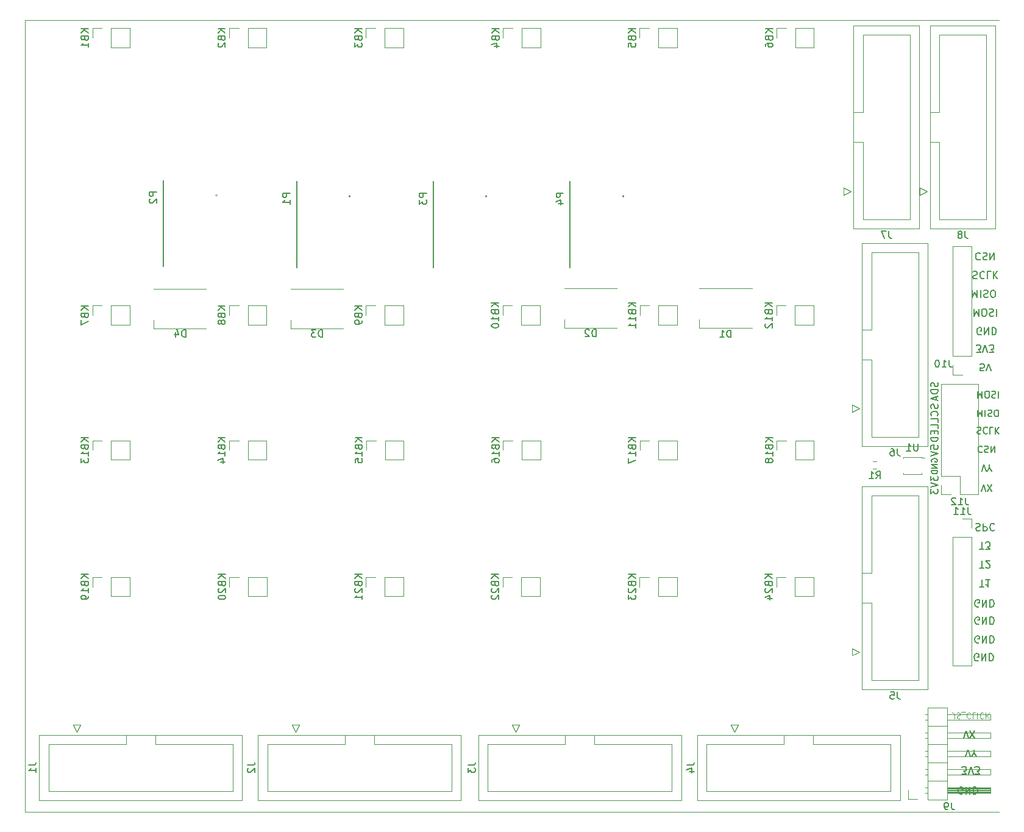
<source format=gbr>
%TF.GenerationSoftware,KiCad,Pcbnew,(5.1.10)-1*%
%TF.CreationDate,2022-05-16T18:50:31-07:00*%
%TF.ProjectId,KeyPad_Board,4b657950-6164-45f4-926f-6172642e6b69,rev?*%
%TF.SameCoordinates,Original*%
%TF.FileFunction,Legend,Bot*%
%TF.FilePolarity,Positive*%
%FSLAX46Y46*%
G04 Gerber Fmt 4.6, Leading zero omitted, Abs format (unit mm)*
G04 Created by KiCad (PCBNEW (5.1.10)-1) date 2022-05-16 18:50:31*
%MOMM*%
%LPD*%
G01*
G04 APERTURE LIST*
%ADD10C,0.150000*%
%ADD11C,0.125000*%
%ADD12C,0.120000*%
%ADD13C,0.127000*%
%ADD14C,0.100000*%
G04 APERTURE END LIST*
D10*
X160852380Y-94361904D02*
X160852380Y-94980952D01*
X161233333Y-94647619D01*
X161233333Y-94790476D01*
X161280952Y-94885714D01*
X161328571Y-94933333D01*
X161423809Y-94980952D01*
X161661904Y-94980952D01*
X161757142Y-94933333D01*
X161804761Y-94885714D01*
X161852380Y-94790476D01*
X161852380Y-94504761D01*
X161804761Y-94409523D01*
X161757142Y-94361904D01*
X160852380Y-95266666D02*
X161852380Y-95600000D01*
X160852380Y-95933333D01*
X160852380Y-96171428D02*
X160852380Y-96790476D01*
X161233333Y-96457142D01*
X161233333Y-96600000D01*
X161280952Y-96695238D01*
X161328571Y-96742857D01*
X161423809Y-96790476D01*
X161661904Y-96790476D01*
X161757142Y-96742857D01*
X161804761Y-96695238D01*
X161852380Y-96600000D01*
X161852380Y-96314285D01*
X161804761Y-96219047D01*
X161757142Y-96171428D01*
X160852380Y-90609523D02*
X160852380Y-90133333D01*
X161328571Y-90085714D01*
X161280952Y-90133333D01*
X161233333Y-90228571D01*
X161233333Y-90466666D01*
X161280952Y-90561904D01*
X161328571Y-90609523D01*
X161423809Y-90657142D01*
X161661904Y-90657142D01*
X161757142Y-90609523D01*
X161804761Y-90561904D01*
X161852380Y-90466666D01*
X161852380Y-90228571D01*
X161804761Y-90133333D01*
X161757142Y-90085714D01*
X160852380Y-90942857D02*
X161852380Y-91276190D01*
X160852380Y-91609523D01*
X161000000Y-92390476D02*
X160961904Y-92314285D01*
X160961904Y-92200000D01*
X161000000Y-92085714D01*
X161076190Y-92009523D01*
X161152380Y-91971428D01*
X161304761Y-91933333D01*
X161419047Y-91933333D01*
X161571428Y-91971428D01*
X161647619Y-92009523D01*
X161723809Y-92085714D01*
X161761904Y-92200000D01*
X161761904Y-92276190D01*
X161723809Y-92390476D01*
X161685714Y-92428571D01*
X161419047Y-92428571D01*
X161419047Y-92276190D01*
X161761904Y-92771428D02*
X160961904Y-92771428D01*
X161761904Y-93228571D01*
X160961904Y-93228571D01*
X161761904Y-93609523D02*
X160961904Y-93609523D01*
X160961904Y-93800000D01*
X161000000Y-93914285D01*
X161076190Y-93990476D01*
X161152380Y-94028571D01*
X161304761Y-94066666D01*
X161419047Y-94066666D01*
X161571428Y-94028571D01*
X161647619Y-93990476D01*
X161723809Y-93914285D01*
X161761904Y-93800000D01*
X161761904Y-93609523D01*
X161852380Y-87757142D02*
X161852380Y-87280952D01*
X160852380Y-87280952D01*
X161328571Y-88090476D02*
X161328571Y-88423809D01*
X161852380Y-88566666D02*
X161852380Y-88090476D01*
X160852380Y-88090476D01*
X160852380Y-88566666D01*
X161852380Y-88995238D02*
X160852380Y-88995238D01*
X160852380Y-89233333D01*
X160900000Y-89376190D01*
X160995238Y-89471428D01*
X161090476Y-89519047D01*
X161280952Y-89566666D01*
X161423809Y-89566666D01*
X161614285Y-89519047D01*
X161709523Y-89471428D01*
X161804761Y-89376190D01*
X161852380Y-89233333D01*
X161852380Y-88995238D01*
X161804761Y-84409523D02*
X161852380Y-84552380D01*
X161852380Y-84790476D01*
X161804761Y-84885714D01*
X161757142Y-84933333D01*
X161661904Y-84980952D01*
X161566666Y-84980952D01*
X161471428Y-84933333D01*
X161423809Y-84885714D01*
X161376190Y-84790476D01*
X161328571Y-84600000D01*
X161280952Y-84504761D01*
X161233333Y-84457142D01*
X161138095Y-84409523D01*
X161042857Y-84409523D01*
X160947619Y-84457142D01*
X160900000Y-84504761D01*
X160852380Y-84600000D01*
X160852380Y-84838095D01*
X160900000Y-84980952D01*
X161757142Y-85980952D02*
X161804761Y-85933333D01*
X161852380Y-85790476D01*
X161852380Y-85695238D01*
X161804761Y-85552380D01*
X161709523Y-85457142D01*
X161614285Y-85409523D01*
X161423809Y-85361904D01*
X161280952Y-85361904D01*
X161090476Y-85409523D01*
X160995238Y-85457142D01*
X160900000Y-85552380D01*
X160852380Y-85695238D01*
X160852380Y-85790476D01*
X160900000Y-85933333D01*
X160947619Y-85980952D01*
X161852380Y-86885714D02*
X161852380Y-86409523D01*
X160852380Y-86409523D01*
X161804761Y-81385714D02*
X161852380Y-81528571D01*
X161852380Y-81766666D01*
X161804761Y-81861904D01*
X161757142Y-81909523D01*
X161661904Y-81957142D01*
X161566666Y-81957142D01*
X161471428Y-81909523D01*
X161423809Y-81861904D01*
X161376190Y-81766666D01*
X161328571Y-81576190D01*
X161280952Y-81480952D01*
X161233333Y-81433333D01*
X161138095Y-81385714D01*
X161042857Y-81385714D01*
X160947619Y-81433333D01*
X160900000Y-81480952D01*
X160852380Y-81576190D01*
X160852380Y-81814285D01*
X160900000Y-81957142D01*
X161852380Y-82385714D02*
X160852380Y-82385714D01*
X160852380Y-82623809D01*
X160900000Y-82766666D01*
X160995238Y-82861904D01*
X161090476Y-82909523D01*
X161280952Y-82957142D01*
X161423809Y-82957142D01*
X161614285Y-82909523D01*
X161709523Y-82861904D01*
X161804761Y-82766666D01*
X161852380Y-82623809D01*
X161852380Y-82385714D01*
X161566666Y-83338095D02*
X161566666Y-83814285D01*
X161852380Y-83242857D02*
X160852380Y-83576190D01*
X161852380Y-83909523D01*
X167871428Y-96492857D02*
X168171428Y-95592857D01*
X168471428Y-96492857D01*
X168685714Y-96492857D02*
X169285714Y-95592857D01*
X169285714Y-96492857D02*
X168685714Y-95592857D01*
X167914285Y-93692857D02*
X168214285Y-92792857D01*
X168514285Y-93692857D01*
X168985714Y-93221428D02*
X168985714Y-92792857D01*
X168685714Y-93692857D02*
X168985714Y-93221428D01*
X169285714Y-93692857D01*
X167978571Y-90278571D02*
X167935714Y-90235714D01*
X167807142Y-90192857D01*
X167721428Y-90192857D01*
X167592857Y-90235714D01*
X167507142Y-90321428D01*
X167464285Y-90407142D01*
X167421428Y-90578571D01*
X167421428Y-90707142D01*
X167464285Y-90878571D01*
X167507142Y-90964285D01*
X167592857Y-91050000D01*
X167721428Y-91092857D01*
X167807142Y-91092857D01*
X167935714Y-91050000D01*
X167978571Y-91007142D01*
X168321428Y-90235714D02*
X168450000Y-90192857D01*
X168664285Y-90192857D01*
X168750000Y-90235714D01*
X168792857Y-90278571D01*
X168835714Y-90364285D01*
X168835714Y-90450000D01*
X168792857Y-90535714D01*
X168750000Y-90578571D01*
X168664285Y-90621428D01*
X168492857Y-90664285D01*
X168407142Y-90707142D01*
X168364285Y-90750000D01*
X168321428Y-90835714D01*
X168321428Y-90921428D01*
X168364285Y-91007142D01*
X168407142Y-91050000D01*
X168492857Y-91092857D01*
X168707142Y-91092857D01*
X168835714Y-91050000D01*
X169221428Y-90192857D02*
X169221428Y-91092857D01*
X169735714Y-90192857D01*
X169735714Y-91092857D01*
X167278571Y-87635714D02*
X167407142Y-87592857D01*
X167621428Y-87592857D01*
X167707142Y-87635714D01*
X167750000Y-87678571D01*
X167792857Y-87764285D01*
X167792857Y-87850000D01*
X167750000Y-87935714D01*
X167707142Y-87978571D01*
X167621428Y-88021428D01*
X167450000Y-88064285D01*
X167364285Y-88107142D01*
X167321428Y-88150000D01*
X167278571Y-88235714D01*
X167278571Y-88321428D01*
X167321428Y-88407142D01*
X167364285Y-88450000D01*
X167450000Y-88492857D01*
X167664285Y-88492857D01*
X167792857Y-88450000D01*
X168692857Y-87678571D02*
X168650000Y-87635714D01*
X168521428Y-87592857D01*
X168435714Y-87592857D01*
X168307142Y-87635714D01*
X168221428Y-87721428D01*
X168178571Y-87807142D01*
X168135714Y-87978571D01*
X168135714Y-88107142D01*
X168178571Y-88278571D01*
X168221428Y-88364285D01*
X168307142Y-88450000D01*
X168435714Y-88492857D01*
X168521428Y-88492857D01*
X168650000Y-88450000D01*
X168692857Y-88407142D01*
X169507142Y-87592857D02*
X169078571Y-87592857D01*
X169078571Y-88492857D01*
X169807142Y-87592857D02*
X169807142Y-88492857D01*
X170321428Y-87592857D02*
X169935714Y-88107142D01*
X170321428Y-88492857D02*
X169807142Y-87978571D01*
X167385714Y-85192857D02*
X167385714Y-86092857D01*
X167685714Y-85450000D01*
X167985714Y-86092857D01*
X167985714Y-85192857D01*
X168414285Y-85192857D02*
X168414285Y-86092857D01*
X168800000Y-85235714D02*
X168928571Y-85192857D01*
X169142857Y-85192857D01*
X169228571Y-85235714D01*
X169271428Y-85278571D01*
X169314285Y-85364285D01*
X169314285Y-85450000D01*
X169271428Y-85535714D01*
X169228571Y-85578571D01*
X169142857Y-85621428D01*
X168971428Y-85664285D01*
X168885714Y-85707142D01*
X168842857Y-85750000D01*
X168800000Y-85835714D01*
X168800000Y-85921428D01*
X168842857Y-86007142D01*
X168885714Y-86050000D01*
X168971428Y-86092857D01*
X169185714Y-86092857D01*
X169314285Y-86050000D01*
X169871428Y-86092857D02*
X170042857Y-86092857D01*
X170128571Y-86050000D01*
X170214285Y-85964285D01*
X170257142Y-85792857D01*
X170257142Y-85492857D01*
X170214285Y-85321428D01*
X170128571Y-85235714D01*
X170042857Y-85192857D01*
X169871428Y-85192857D01*
X169785714Y-85235714D01*
X169700000Y-85321428D01*
X169657142Y-85492857D01*
X169657142Y-85792857D01*
X169700000Y-85964285D01*
X169785714Y-86050000D01*
X169871428Y-86092857D01*
X167385714Y-82592857D02*
X167385714Y-83492857D01*
X167685714Y-82850000D01*
X167985714Y-83492857D01*
X167985714Y-82592857D01*
X168585714Y-83492857D02*
X168757142Y-83492857D01*
X168842857Y-83450000D01*
X168928571Y-83364285D01*
X168971428Y-83192857D01*
X168971428Y-82892857D01*
X168928571Y-82721428D01*
X168842857Y-82635714D01*
X168757142Y-82592857D01*
X168585714Y-82592857D01*
X168500000Y-82635714D01*
X168414285Y-82721428D01*
X168371428Y-82892857D01*
X168371428Y-83192857D01*
X168414285Y-83364285D01*
X168500000Y-83450000D01*
X168585714Y-83492857D01*
X169314285Y-82635714D02*
X169442857Y-82592857D01*
X169657142Y-82592857D01*
X169742857Y-82635714D01*
X169785714Y-82678571D01*
X169828571Y-82764285D01*
X169828571Y-82850000D01*
X169785714Y-82935714D01*
X169742857Y-82978571D01*
X169657142Y-83021428D01*
X169485714Y-83064285D01*
X169400000Y-83107142D01*
X169357142Y-83150000D01*
X169314285Y-83235714D01*
X169314285Y-83321428D01*
X169357142Y-83407142D01*
X169400000Y-83450000D01*
X169485714Y-83492857D01*
X169700000Y-83492857D01*
X169828571Y-83450000D01*
X170214285Y-82592857D02*
X170214285Y-83492857D01*
X168209523Y-79747619D02*
X167733333Y-79747619D01*
X167685714Y-79271428D01*
X167733333Y-79319047D01*
X167828571Y-79366666D01*
X168066666Y-79366666D01*
X168161904Y-79319047D01*
X168209523Y-79271428D01*
X168257142Y-79176190D01*
X168257142Y-78938095D01*
X168209523Y-78842857D01*
X168161904Y-78795238D01*
X168066666Y-78747619D01*
X167828571Y-78747619D01*
X167733333Y-78795238D01*
X167685714Y-78842857D01*
X168542857Y-79747619D02*
X168876190Y-78747619D01*
X169209523Y-79747619D01*
X167161904Y-77147619D02*
X167780952Y-77147619D01*
X167447619Y-76766666D01*
X167590476Y-76766666D01*
X167685714Y-76719047D01*
X167733333Y-76671428D01*
X167780952Y-76576190D01*
X167780952Y-76338095D01*
X167733333Y-76242857D01*
X167685714Y-76195238D01*
X167590476Y-76147619D01*
X167304761Y-76147619D01*
X167209523Y-76195238D01*
X167161904Y-76242857D01*
X168066666Y-77147619D02*
X168400000Y-76147619D01*
X168733333Y-77147619D01*
X168971428Y-77147619D02*
X169590476Y-77147619D01*
X169257142Y-76766666D01*
X169400000Y-76766666D01*
X169495238Y-76719047D01*
X169542857Y-76671428D01*
X169590476Y-76576190D01*
X169590476Y-76338095D01*
X169542857Y-76242857D01*
X169495238Y-76195238D01*
X169400000Y-76147619D01*
X169114285Y-76147619D01*
X169019047Y-76195238D01*
X168971428Y-76242857D01*
X167838095Y-74700000D02*
X167742857Y-74747619D01*
X167600000Y-74747619D01*
X167457142Y-74700000D01*
X167361904Y-74604761D01*
X167314285Y-74509523D01*
X167266666Y-74319047D01*
X167266666Y-74176190D01*
X167314285Y-73985714D01*
X167361904Y-73890476D01*
X167457142Y-73795238D01*
X167600000Y-73747619D01*
X167695238Y-73747619D01*
X167838095Y-73795238D01*
X167885714Y-73842857D01*
X167885714Y-74176190D01*
X167695238Y-74176190D01*
X168314285Y-73747619D02*
X168314285Y-74747619D01*
X168885714Y-73747619D01*
X168885714Y-74747619D01*
X169361904Y-73747619D02*
X169361904Y-74747619D01*
X169600000Y-74747619D01*
X169742857Y-74700000D01*
X169838095Y-74604761D01*
X169885714Y-74509523D01*
X169933333Y-74319047D01*
X169933333Y-74176190D01*
X169885714Y-73985714D01*
X169838095Y-73890476D01*
X169742857Y-73795238D01*
X169600000Y-73747619D01*
X169361904Y-73747619D01*
X166828571Y-71147619D02*
X166828571Y-72147619D01*
X167161904Y-71433333D01*
X167495238Y-72147619D01*
X167495238Y-71147619D01*
X168161904Y-72147619D02*
X168352380Y-72147619D01*
X168447619Y-72100000D01*
X168542857Y-72004761D01*
X168590476Y-71814285D01*
X168590476Y-71480952D01*
X168542857Y-71290476D01*
X168447619Y-71195238D01*
X168352380Y-71147619D01*
X168161904Y-71147619D01*
X168066666Y-71195238D01*
X167971428Y-71290476D01*
X167923809Y-71480952D01*
X167923809Y-71814285D01*
X167971428Y-72004761D01*
X168066666Y-72100000D01*
X168161904Y-72147619D01*
X168971428Y-71195238D02*
X169114285Y-71147619D01*
X169352380Y-71147619D01*
X169447619Y-71195238D01*
X169495238Y-71242857D01*
X169542857Y-71338095D01*
X169542857Y-71433333D01*
X169495238Y-71528571D01*
X169447619Y-71576190D01*
X169352380Y-71623809D01*
X169161904Y-71671428D01*
X169066666Y-71719047D01*
X169019047Y-71766666D01*
X168971428Y-71861904D01*
X168971428Y-71957142D01*
X169019047Y-72052380D01*
X169066666Y-72100000D01*
X169161904Y-72147619D01*
X169400000Y-72147619D01*
X169542857Y-72100000D01*
X169971428Y-71147619D02*
X169971428Y-72147619D01*
X166628571Y-68547619D02*
X166628571Y-69547619D01*
X166961904Y-68833333D01*
X167295238Y-69547619D01*
X167295238Y-68547619D01*
X167771428Y-68547619D02*
X167771428Y-69547619D01*
X168200000Y-68595238D02*
X168342857Y-68547619D01*
X168580952Y-68547619D01*
X168676190Y-68595238D01*
X168723809Y-68642857D01*
X168771428Y-68738095D01*
X168771428Y-68833333D01*
X168723809Y-68928571D01*
X168676190Y-68976190D01*
X168580952Y-69023809D01*
X168390476Y-69071428D01*
X168295238Y-69119047D01*
X168247619Y-69166666D01*
X168200000Y-69261904D01*
X168200000Y-69357142D01*
X168247619Y-69452380D01*
X168295238Y-69500000D01*
X168390476Y-69547619D01*
X168628571Y-69547619D01*
X168771428Y-69500000D01*
X169390476Y-69547619D02*
X169580952Y-69547619D01*
X169676190Y-69500000D01*
X169771428Y-69404761D01*
X169819047Y-69214285D01*
X169819047Y-68880952D01*
X169771428Y-68690476D01*
X169676190Y-68595238D01*
X169580952Y-68547619D01*
X169390476Y-68547619D01*
X169295238Y-68595238D01*
X169200000Y-68690476D01*
X169152380Y-68880952D01*
X169152380Y-69214285D01*
X169200000Y-69404761D01*
X169295238Y-69500000D01*
X169390476Y-69547619D01*
X166709523Y-65995238D02*
X166852380Y-65947619D01*
X167090476Y-65947619D01*
X167185714Y-65995238D01*
X167233333Y-66042857D01*
X167280952Y-66138095D01*
X167280952Y-66233333D01*
X167233333Y-66328571D01*
X167185714Y-66376190D01*
X167090476Y-66423809D01*
X166900000Y-66471428D01*
X166804761Y-66519047D01*
X166757142Y-66566666D01*
X166709523Y-66661904D01*
X166709523Y-66757142D01*
X166757142Y-66852380D01*
X166804761Y-66900000D01*
X166900000Y-66947619D01*
X167138095Y-66947619D01*
X167280952Y-66900000D01*
X168280952Y-66042857D02*
X168233333Y-65995238D01*
X168090476Y-65947619D01*
X167995238Y-65947619D01*
X167852380Y-65995238D01*
X167757142Y-66090476D01*
X167709523Y-66185714D01*
X167661904Y-66376190D01*
X167661904Y-66519047D01*
X167709523Y-66709523D01*
X167757142Y-66804761D01*
X167852380Y-66900000D01*
X167995238Y-66947619D01*
X168090476Y-66947619D01*
X168233333Y-66900000D01*
X168280952Y-66852380D01*
X169185714Y-65947619D02*
X168709523Y-65947619D01*
X168709523Y-66947619D01*
X169519047Y-65947619D02*
X169519047Y-66947619D01*
X170090476Y-65947619D02*
X169661904Y-66519047D01*
X170090476Y-66947619D02*
X169519047Y-66376190D01*
X167709523Y-63442857D02*
X167661904Y-63395238D01*
X167519047Y-63347619D01*
X167423809Y-63347619D01*
X167280952Y-63395238D01*
X167185714Y-63490476D01*
X167138095Y-63585714D01*
X167090476Y-63776190D01*
X167090476Y-63919047D01*
X167138095Y-64109523D01*
X167185714Y-64204761D01*
X167280952Y-64300000D01*
X167423809Y-64347619D01*
X167519047Y-64347619D01*
X167661904Y-64300000D01*
X167709523Y-64252380D01*
X168090476Y-63395238D02*
X168233333Y-63347619D01*
X168471428Y-63347619D01*
X168566666Y-63395238D01*
X168614285Y-63442857D01*
X168661904Y-63538095D01*
X168661904Y-63633333D01*
X168614285Y-63728571D01*
X168566666Y-63776190D01*
X168471428Y-63823809D01*
X168280952Y-63871428D01*
X168185714Y-63919047D01*
X168138095Y-63966666D01*
X168090476Y-64061904D01*
X168090476Y-64157142D01*
X168138095Y-64252380D01*
X168185714Y-64300000D01*
X168280952Y-64347619D01*
X168519047Y-64347619D01*
X168661904Y-64300000D01*
X169090476Y-63347619D02*
X169090476Y-64347619D01*
X169661904Y-63347619D01*
X169661904Y-64347619D01*
X167114285Y-100995238D02*
X167257142Y-100947619D01*
X167495238Y-100947619D01*
X167590476Y-100995238D01*
X167638095Y-101042857D01*
X167685714Y-101138095D01*
X167685714Y-101233333D01*
X167638095Y-101328571D01*
X167590476Y-101376190D01*
X167495238Y-101423809D01*
X167304761Y-101471428D01*
X167209523Y-101519047D01*
X167161904Y-101566666D01*
X167114285Y-101661904D01*
X167114285Y-101757142D01*
X167161904Y-101852380D01*
X167209523Y-101900000D01*
X167304761Y-101947619D01*
X167542857Y-101947619D01*
X167685714Y-101900000D01*
X168114285Y-100947619D02*
X168114285Y-101947619D01*
X168495238Y-101947619D01*
X168590476Y-101900000D01*
X168638095Y-101852380D01*
X168685714Y-101757142D01*
X168685714Y-101614285D01*
X168638095Y-101519047D01*
X168590476Y-101471428D01*
X168495238Y-101423809D01*
X168114285Y-101423809D01*
X169685714Y-101042857D02*
X169638095Y-100995238D01*
X169495238Y-100947619D01*
X169400000Y-100947619D01*
X169257142Y-100995238D01*
X169161904Y-101090476D01*
X169114285Y-101185714D01*
X169066666Y-101376190D01*
X169066666Y-101519047D01*
X169114285Y-101709523D01*
X169161904Y-101804761D01*
X169257142Y-101900000D01*
X169400000Y-101947619D01*
X169495238Y-101947619D01*
X169638095Y-101900000D01*
X169685714Y-101852380D01*
X167638095Y-104547619D02*
X168209523Y-104547619D01*
X167923809Y-103547619D02*
X167923809Y-104547619D01*
X168447619Y-104547619D02*
X169066666Y-104547619D01*
X168733333Y-104166666D01*
X168876190Y-104166666D01*
X168971428Y-104119047D01*
X169019047Y-104071428D01*
X169066666Y-103976190D01*
X169066666Y-103738095D01*
X169019047Y-103642857D01*
X168971428Y-103595238D01*
X168876190Y-103547619D01*
X168590476Y-103547619D01*
X168495238Y-103595238D01*
X168447619Y-103642857D01*
X167638095Y-107147619D02*
X168209523Y-107147619D01*
X167923809Y-106147619D02*
X167923809Y-107147619D01*
X168495238Y-107052380D02*
X168542857Y-107100000D01*
X168638095Y-107147619D01*
X168876190Y-107147619D01*
X168971428Y-107100000D01*
X169019047Y-107052380D01*
X169066666Y-106957142D01*
X169066666Y-106861904D01*
X169019047Y-106719047D01*
X168447619Y-106147619D01*
X169066666Y-106147619D01*
X167638095Y-109747619D02*
X168209523Y-109747619D01*
X167923809Y-108747619D02*
X167923809Y-109747619D01*
X169066666Y-108747619D02*
X168495238Y-108747619D01*
X168780952Y-108747619D02*
X168780952Y-109747619D01*
X168685714Y-109604761D01*
X168590476Y-109509523D01*
X168495238Y-109461904D01*
X167438095Y-120000000D02*
X167342857Y-120047619D01*
X167200000Y-120047619D01*
X167057142Y-120000000D01*
X166961904Y-119904761D01*
X166914285Y-119809523D01*
X166866666Y-119619047D01*
X166866666Y-119476190D01*
X166914285Y-119285714D01*
X166961904Y-119190476D01*
X167057142Y-119095238D01*
X167200000Y-119047619D01*
X167295238Y-119047619D01*
X167438095Y-119095238D01*
X167485714Y-119142857D01*
X167485714Y-119476190D01*
X167295238Y-119476190D01*
X167914285Y-119047619D02*
X167914285Y-120047619D01*
X168485714Y-119047619D01*
X168485714Y-120047619D01*
X168961904Y-119047619D02*
X168961904Y-120047619D01*
X169200000Y-120047619D01*
X169342857Y-120000000D01*
X169438095Y-119904761D01*
X169485714Y-119809523D01*
X169533333Y-119619047D01*
X169533333Y-119476190D01*
X169485714Y-119285714D01*
X169438095Y-119190476D01*
X169342857Y-119095238D01*
X169200000Y-119047619D01*
X168961904Y-119047619D01*
X167538095Y-117500000D02*
X167442857Y-117547619D01*
X167300000Y-117547619D01*
X167157142Y-117500000D01*
X167061904Y-117404761D01*
X167014285Y-117309523D01*
X166966666Y-117119047D01*
X166966666Y-116976190D01*
X167014285Y-116785714D01*
X167061904Y-116690476D01*
X167157142Y-116595238D01*
X167300000Y-116547619D01*
X167395238Y-116547619D01*
X167538095Y-116595238D01*
X167585714Y-116642857D01*
X167585714Y-116976190D01*
X167395238Y-116976190D01*
X168014285Y-116547619D02*
X168014285Y-117547619D01*
X168585714Y-116547619D01*
X168585714Y-117547619D01*
X169061904Y-116547619D02*
X169061904Y-117547619D01*
X169300000Y-117547619D01*
X169442857Y-117500000D01*
X169538095Y-117404761D01*
X169585714Y-117309523D01*
X169633333Y-117119047D01*
X169633333Y-116976190D01*
X169585714Y-116785714D01*
X169538095Y-116690476D01*
X169442857Y-116595238D01*
X169300000Y-116547619D01*
X169061904Y-116547619D01*
X167538095Y-114900000D02*
X167442857Y-114947619D01*
X167300000Y-114947619D01*
X167157142Y-114900000D01*
X167061904Y-114804761D01*
X167014285Y-114709523D01*
X166966666Y-114519047D01*
X166966666Y-114376190D01*
X167014285Y-114185714D01*
X167061904Y-114090476D01*
X167157142Y-113995238D01*
X167300000Y-113947619D01*
X167395238Y-113947619D01*
X167538095Y-113995238D01*
X167585714Y-114042857D01*
X167585714Y-114376190D01*
X167395238Y-114376190D01*
X168014285Y-113947619D02*
X168014285Y-114947619D01*
X168585714Y-113947619D01*
X168585714Y-114947619D01*
X169061904Y-113947619D02*
X169061904Y-114947619D01*
X169300000Y-114947619D01*
X169442857Y-114900000D01*
X169538095Y-114804761D01*
X169585714Y-114709523D01*
X169633333Y-114519047D01*
X169633333Y-114376190D01*
X169585714Y-114185714D01*
X169538095Y-114090476D01*
X169442857Y-113995238D01*
X169300000Y-113947619D01*
X169061904Y-113947619D01*
X167538095Y-112500000D02*
X167442857Y-112547619D01*
X167300000Y-112547619D01*
X167157142Y-112500000D01*
X167061904Y-112404761D01*
X167014285Y-112309523D01*
X166966666Y-112119047D01*
X166966666Y-111976190D01*
X167014285Y-111785714D01*
X167061904Y-111690476D01*
X167157142Y-111595238D01*
X167300000Y-111547619D01*
X167395238Y-111547619D01*
X167538095Y-111595238D01*
X167585714Y-111642857D01*
X167585714Y-111976190D01*
X167395238Y-111976190D01*
X168014285Y-111547619D02*
X168014285Y-112547619D01*
X168585714Y-111547619D01*
X168585714Y-112547619D01*
X169061904Y-111547619D02*
X169061904Y-112547619D01*
X169300000Y-112547619D01*
X169442857Y-112500000D01*
X169538095Y-112404761D01*
X169585714Y-112309523D01*
X169633333Y-112119047D01*
X169633333Y-111976190D01*
X169585714Y-111785714D01*
X169538095Y-111690476D01*
X169442857Y-111595238D01*
X169300000Y-111547619D01*
X169061904Y-111547619D01*
X165238095Y-138500000D02*
X165142857Y-138547619D01*
X165000000Y-138547619D01*
X164857142Y-138500000D01*
X164761904Y-138404761D01*
X164714285Y-138309523D01*
X164666666Y-138119047D01*
X164666666Y-137976190D01*
X164714285Y-137785714D01*
X164761904Y-137690476D01*
X164857142Y-137595238D01*
X165000000Y-137547619D01*
X165095238Y-137547619D01*
X165238095Y-137595238D01*
X165285714Y-137642857D01*
X165285714Y-137976190D01*
X165095238Y-137976190D01*
X165714285Y-137547619D02*
X165714285Y-138547619D01*
X166285714Y-137547619D01*
X166285714Y-138547619D01*
X166761904Y-137547619D02*
X166761904Y-138547619D01*
X167000000Y-138547619D01*
X167142857Y-138500000D01*
X167238095Y-138404761D01*
X167285714Y-138309523D01*
X167333333Y-138119047D01*
X167333333Y-137976190D01*
X167285714Y-137785714D01*
X167238095Y-137690476D01*
X167142857Y-137595238D01*
X167000000Y-137547619D01*
X166761904Y-137547619D01*
X165161904Y-135747619D02*
X165780952Y-135747619D01*
X165447619Y-135366666D01*
X165590476Y-135366666D01*
X165685714Y-135319047D01*
X165733333Y-135271428D01*
X165780952Y-135176190D01*
X165780952Y-134938095D01*
X165733333Y-134842857D01*
X165685714Y-134795238D01*
X165590476Y-134747619D01*
X165304761Y-134747619D01*
X165209523Y-134795238D01*
X165161904Y-134842857D01*
X166066666Y-135747619D02*
X166400000Y-134747619D01*
X166733333Y-135747619D01*
X166971428Y-135747619D02*
X167590476Y-135747619D01*
X167257142Y-135366666D01*
X167400000Y-135366666D01*
X167495238Y-135319047D01*
X167542857Y-135271428D01*
X167590476Y-135176190D01*
X167590476Y-134938095D01*
X167542857Y-134842857D01*
X167495238Y-134795238D01*
X167400000Y-134747619D01*
X167114285Y-134747619D01*
X167019047Y-134795238D01*
X166971428Y-134842857D01*
X165638095Y-133347619D02*
X165971428Y-132347619D01*
X166304761Y-133347619D01*
X166828571Y-132823809D02*
X166828571Y-132347619D01*
X166495238Y-133347619D02*
X166828571Y-132823809D01*
X167161904Y-133347619D01*
X165390476Y-130747619D02*
X165723809Y-129747619D01*
X166057142Y-130747619D01*
X166295238Y-130747619D02*
X166961904Y-129747619D01*
X166961904Y-130747619D02*
X166295238Y-129747619D01*
D11*
X164114285Y-128038095D02*
X164114285Y-127466666D01*
X164076190Y-127352380D01*
X164000000Y-127276190D01*
X163885714Y-127238095D01*
X163809523Y-127238095D01*
X164457142Y-127276190D02*
X164571428Y-127238095D01*
X164761904Y-127238095D01*
X164838095Y-127276190D01*
X164876190Y-127314285D01*
X164914285Y-127390476D01*
X164914285Y-127466666D01*
X164876190Y-127542857D01*
X164838095Y-127580952D01*
X164761904Y-127619047D01*
X164609523Y-127657142D01*
X164533333Y-127695238D01*
X164495238Y-127733333D01*
X164457142Y-127809523D01*
X164457142Y-127885714D01*
X164495238Y-127961904D01*
X164533333Y-128000000D01*
X164609523Y-128038095D01*
X164800000Y-128038095D01*
X164914285Y-128000000D01*
X165066666Y-127161904D02*
X165676190Y-127161904D01*
X166323809Y-127314285D02*
X166285714Y-127276190D01*
X166171428Y-127238095D01*
X166095238Y-127238095D01*
X165980952Y-127276190D01*
X165904761Y-127352380D01*
X165866666Y-127428571D01*
X165828571Y-127580952D01*
X165828571Y-127695238D01*
X165866666Y-127847619D01*
X165904761Y-127923809D01*
X165980952Y-128000000D01*
X166095238Y-128038095D01*
X166171428Y-128038095D01*
X166285714Y-128000000D01*
X166323809Y-127961904D01*
X167047619Y-127238095D02*
X166666666Y-127238095D01*
X166666666Y-128038095D01*
X167314285Y-127238095D02*
X167314285Y-128038095D01*
X168152380Y-127314285D02*
X168114285Y-127276190D01*
X168000000Y-127238095D01*
X167923809Y-127238095D01*
X167809523Y-127276190D01*
X167733333Y-127352380D01*
X167695238Y-127428571D01*
X167657142Y-127580952D01*
X167657142Y-127695238D01*
X167695238Y-127847619D01*
X167733333Y-127923809D01*
X167809523Y-128000000D01*
X167923809Y-128038095D01*
X168000000Y-128038095D01*
X168114285Y-128000000D01*
X168152380Y-127961904D01*
X168495238Y-127238095D02*
X168495238Y-128038095D01*
X168952380Y-127238095D02*
X168609523Y-127695238D01*
X168952380Y-128038095D02*
X168495238Y-127580952D01*
D12*
X170300000Y-31000000D02*
X164500000Y-31000000D01*
X35000000Y-141000000D02*
X170300000Y-141000000D01*
X35000000Y-113000000D02*
X35000000Y-141000000D01*
X35000000Y-31000000D02*
X166000000Y-31000000D01*
X35000000Y-31000000D02*
X35000000Y-113000000D01*
%TO.C,J6*%
X149920000Y-84500000D02*
X150920000Y-85000000D01*
X149920000Y-85500000D02*
X149920000Y-84500000D01*
X150920000Y-85000000D02*
X149920000Y-85500000D01*
X152620000Y-74060000D02*
X151310000Y-74060000D01*
X152620000Y-74060000D02*
X152620000Y-74060000D01*
X152620000Y-63310000D02*
X152620000Y-74060000D01*
X159120000Y-63310000D02*
X152620000Y-63310000D01*
X159120000Y-88910000D02*
X159120000Y-63310000D01*
X152620000Y-88910000D02*
X159120000Y-88910000D01*
X152620000Y-78160000D02*
X152620000Y-88910000D01*
X151310000Y-78160000D02*
X152620000Y-78160000D01*
X151310000Y-62010000D02*
X151310000Y-90210000D01*
X160430000Y-62010000D02*
X151310000Y-62010000D01*
X160430000Y-90210000D02*
X160430000Y-62010000D01*
X151310000Y-90210000D02*
X160430000Y-90210000D01*
%TO.C,D1*%
X128700000Y-68300000D02*
X136000000Y-68300000D01*
X128700000Y-72650000D02*
X128700000Y-73800000D01*
X128700000Y-73800000D02*
X136000000Y-73800000D01*
%TO.C,D2*%
X109950000Y-73800000D02*
X117250000Y-73800000D01*
X109950000Y-72650000D02*
X109950000Y-73800000D01*
X109950000Y-68300000D02*
X117250000Y-68300000D01*
%TO.C,D3*%
X71950000Y-68350000D02*
X79250000Y-68350000D01*
X71950000Y-72700000D02*
X71950000Y-73850000D01*
X71950000Y-73850000D02*
X79250000Y-73850000D01*
%TO.C,D4*%
X52850000Y-73850000D02*
X60150000Y-73850000D01*
X52850000Y-72700000D02*
X52850000Y-73850000D01*
X52850000Y-68350000D02*
X60150000Y-68350000D01*
%TO.C,J1*%
X42700000Y-128920000D02*
X42200000Y-129920000D01*
X41700000Y-128920000D02*
X42700000Y-128920000D01*
X42200000Y-129920000D02*
X41700000Y-128920000D01*
X53140000Y-131620000D02*
X53140000Y-130310000D01*
X53140000Y-131620000D02*
X53140000Y-131620000D01*
X63890000Y-131620000D02*
X53140000Y-131620000D01*
X63890000Y-138120000D02*
X63890000Y-131620000D01*
X38290000Y-138120000D02*
X63890000Y-138120000D01*
X38290000Y-131620000D02*
X38290000Y-138120000D01*
X49040000Y-131620000D02*
X38290000Y-131620000D01*
X49040000Y-130310000D02*
X49040000Y-131620000D01*
X65190000Y-130310000D02*
X36990000Y-130310000D01*
X65190000Y-139430000D02*
X65190000Y-130310000D01*
X36990000Y-139430000D02*
X65190000Y-139430000D01*
X36990000Y-130310000D02*
X36990000Y-139430000D01*
%TO.C,J2*%
X73100000Y-128920000D02*
X72600000Y-129920000D01*
X72100000Y-128920000D02*
X73100000Y-128920000D01*
X72600000Y-129920000D02*
X72100000Y-128920000D01*
X83540000Y-131620000D02*
X83540000Y-130310000D01*
X83540000Y-131620000D02*
X83540000Y-131620000D01*
X94290000Y-131620000D02*
X83540000Y-131620000D01*
X94290000Y-138120000D02*
X94290000Y-131620000D01*
X68690000Y-138120000D02*
X94290000Y-138120000D01*
X68690000Y-131620000D02*
X68690000Y-138120000D01*
X79440000Y-131620000D02*
X68690000Y-131620000D01*
X79440000Y-130310000D02*
X79440000Y-131620000D01*
X95590000Y-130310000D02*
X67390000Y-130310000D01*
X95590000Y-139430000D02*
X95590000Y-130310000D01*
X67390000Y-139430000D02*
X95590000Y-139430000D01*
X67390000Y-130310000D02*
X67390000Y-139430000D01*
%TO.C,J3*%
X103700000Y-128920000D02*
X103200000Y-129920000D01*
X102700000Y-128920000D02*
X103700000Y-128920000D01*
X103200000Y-129920000D02*
X102700000Y-128920000D01*
X114140000Y-131620000D02*
X114140000Y-130310000D01*
X114140000Y-131620000D02*
X114140000Y-131620000D01*
X124890000Y-131620000D02*
X114140000Y-131620000D01*
X124890000Y-138120000D02*
X124890000Y-131620000D01*
X99290000Y-138120000D02*
X124890000Y-138120000D01*
X99290000Y-131620000D02*
X99290000Y-138120000D01*
X110040000Y-131620000D02*
X99290000Y-131620000D01*
X110040000Y-130310000D02*
X110040000Y-131620000D01*
X126190000Y-130310000D02*
X97990000Y-130310000D01*
X126190000Y-139430000D02*
X126190000Y-130310000D01*
X97990000Y-139430000D02*
X126190000Y-139430000D01*
X97990000Y-130310000D02*
X97990000Y-139430000D01*
%TO.C,J4*%
X128390000Y-130310000D02*
X128390000Y-139430000D01*
X128390000Y-139430000D02*
X156590000Y-139430000D01*
X156590000Y-139430000D02*
X156590000Y-130310000D01*
X156590000Y-130310000D02*
X128390000Y-130310000D01*
X140440000Y-130310000D02*
X140440000Y-131620000D01*
X140440000Y-131620000D02*
X129690000Y-131620000D01*
X129690000Y-131620000D02*
X129690000Y-138120000D01*
X129690000Y-138120000D02*
X155290000Y-138120000D01*
X155290000Y-138120000D02*
X155290000Y-131620000D01*
X155290000Y-131620000D02*
X144540000Y-131620000D01*
X144540000Y-131620000D02*
X144540000Y-131620000D01*
X144540000Y-131620000D02*
X144540000Y-130310000D01*
X133600000Y-129920000D02*
X133100000Y-128920000D01*
X133100000Y-128920000D02*
X134100000Y-128920000D01*
X134100000Y-128920000D02*
X133600000Y-129920000D01*
%TO.C,J5*%
X151310000Y-124010000D02*
X160430000Y-124010000D01*
X160430000Y-124010000D02*
X160430000Y-95810000D01*
X160430000Y-95810000D02*
X151310000Y-95810000D01*
X151310000Y-95810000D02*
X151310000Y-124010000D01*
X151310000Y-111960000D02*
X152620000Y-111960000D01*
X152620000Y-111960000D02*
X152620000Y-122710000D01*
X152620000Y-122710000D02*
X159120000Y-122710000D01*
X159120000Y-122710000D02*
X159120000Y-97110000D01*
X159120000Y-97110000D02*
X152620000Y-97110000D01*
X152620000Y-97110000D02*
X152620000Y-107860000D01*
X152620000Y-107860000D02*
X152620000Y-107860000D01*
X152620000Y-107860000D02*
X151310000Y-107860000D01*
X150920000Y-118800000D02*
X149920000Y-119300000D01*
X149920000Y-119300000D02*
X149920000Y-118300000D01*
X149920000Y-118300000D02*
X150920000Y-118800000D01*
%TO.C,J7*%
X150110000Y-60010000D02*
X159230000Y-60010000D01*
X159230000Y-60010000D02*
X159230000Y-31810000D01*
X159230000Y-31810000D02*
X150110000Y-31810000D01*
X150110000Y-31810000D02*
X150110000Y-60010000D01*
X150110000Y-47960000D02*
X151420000Y-47960000D01*
X151420000Y-47960000D02*
X151420000Y-58710000D01*
X151420000Y-58710000D02*
X157920000Y-58710000D01*
X157920000Y-58710000D02*
X157920000Y-33110000D01*
X157920000Y-33110000D02*
X151420000Y-33110000D01*
X151420000Y-33110000D02*
X151420000Y-43860000D01*
X151420000Y-43860000D02*
X151420000Y-43860000D01*
X151420000Y-43860000D02*
X150110000Y-43860000D01*
X149720000Y-54800000D02*
X148720000Y-55300000D01*
X148720000Y-55300000D02*
X148720000Y-54300000D01*
X148720000Y-54300000D02*
X149720000Y-54800000D01*
%TO.C,J8*%
X160720000Y-60010000D02*
X169840000Y-60010000D01*
X169840000Y-60010000D02*
X169840000Y-31810000D01*
X169840000Y-31810000D02*
X160720000Y-31810000D01*
X160720000Y-31810000D02*
X160720000Y-60010000D01*
X160720000Y-47960000D02*
X162030000Y-47960000D01*
X162030000Y-47960000D02*
X162030000Y-58710000D01*
X162030000Y-58710000D02*
X168530000Y-58710000D01*
X168530000Y-58710000D02*
X168530000Y-33110000D01*
X168530000Y-33110000D02*
X162030000Y-33110000D01*
X162030000Y-33110000D02*
X162030000Y-43860000D01*
X162030000Y-43860000D02*
X162030000Y-43860000D01*
X162030000Y-43860000D02*
X160720000Y-43860000D01*
X160330000Y-54800000D02*
X159330000Y-55300000D01*
X159330000Y-55300000D02*
X159330000Y-54300000D01*
X159330000Y-54300000D02*
X160330000Y-54800000D01*
%TO.C,J9*%
X157730000Y-139270000D02*
X159000000Y-139270000D01*
X157730000Y-138000000D02*
X157730000Y-139270000D01*
X160042929Y-127460000D02*
X160440000Y-127460000D01*
X160042929Y-128220000D02*
X160440000Y-128220000D01*
X169100000Y-127460000D02*
X163100000Y-127460000D01*
X169100000Y-128220000D02*
X169100000Y-127460000D01*
X163100000Y-128220000D02*
X169100000Y-128220000D01*
X160440000Y-129110000D02*
X163100000Y-129110000D01*
X160042929Y-130000000D02*
X160440000Y-130000000D01*
X160042929Y-130760000D02*
X160440000Y-130760000D01*
X169100000Y-130000000D02*
X163100000Y-130000000D01*
X169100000Y-130760000D02*
X169100000Y-130000000D01*
X163100000Y-130760000D02*
X169100000Y-130760000D01*
X160440000Y-131650000D02*
X163100000Y-131650000D01*
X160042929Y-132540000D02*
X160440000Y-132540000D01*
X160042929Y-133300000D02*
X160440000Y-133300000D01*
X169100000Y-132540000D02*
X163100000Y-132540000D01*
X169100000Y-133300000D02*
X169100000Y-132540000D01*
X163100000Y-133300000D02*
X169100000Y-133300000D01*
X160440000Y-134190000D02*
X163100000Y-134190000D01*
X160042929Y-135080000D02*
X160440000Y-135080000D01*
X160042929Y-135840000D02*
X160440000Y-135840000D01*
X169100000Y-135080000D02*
X163100000Y-135080000D01*
X169100000Y-135840000D02*
X169100000Y-135080000D01*
X163100000Y-135840000D02*
X169100000Y-135840000D01*
X160440000Y-136730000D02*
X163100000Y-136730000D01*
X160110000Y-137620000D02*
X160440000Y-137620000D01*
X160110000Y-138380000D02*
X160440000Y-138380000D01*
X163100000Y-137720000D02*
X169100000Y-137720000D01*
X163100000Y-137840000D02*
X169100000Y-137840000D01*
X163100000Y-137960000D02*
X169100000Y-137960000D01*
X163100000Y-138080000D02*
X169100000Y-138080000D01*
X163100000Y-138200000D02*
X169100000Y-138200000D01*
X163100000Y-138320000D02*
X169100000Y-138320000D01*
X169100000Y-137620000D02*
X163100000Y-137620000D01*
X169100000Y-138380000D02*
X169100000Y-137620000D01*
X163100000Y-138380000D02*
X169100000Y-138380000D01*
X163100000Y-139330000D02*
X160440000Y-139330000D01*
X163100000Y-126510000D02*
X163100000Y-139330000D01*
X160440000Y-126510000D02*
X163100000Y-126510000D01*
X160440000Y-139330000D02*
X160440000Y-126510000D01*
%TO.C,J10*%
X163870000Y-80330000D02*
X165200000Y-80330000D01*
X163870000Y-79000000D02*
X163870000Y-80330000D01*
X163870000Y-77730000D02*
X166530000Y-77730000D01*
X166530000Y-77730000D02*
X166530000Y-62430000D01*
X163870000Y-77730000D02*
X163870000Y-62430000D01*
X163870000Y-62430000D02*
X166530000Y-62430000D01*
%TO.C,J11*%
X166530000Y-100270000D02*
X165200000Y-100270000D01*
X166530000Y-101600000D02*
X166530000Y-100270000D01*
X166530000Y-102870000D02*
X163870000Y-102870000D01*
X163870000Y-102870000D02*
X163870000Y-120710000D01*
X166530000Y-102870000D02*
X166530000Y-120710000D01*
X166530000Y-120710000D02*
X163870000Y-120710000D01*
%TO.C,KB1*%
X44380000Y-32170000D02*
X44380000Y-33500000D01*
X45710000Y-32170000D02*
X44380000Y-32170000D01*
X46980000Y-32170000D02*
X46980000Y-34830000D01*
X46980000Y-34830000D02*
X49580000Y-34830000D01*
X46980000Y-32170000D02*
X49580000Y-32170000D01*
X49580000Y-32170000D02*
X49580000Y-34830000D01*
%TO.C,KB2*%
X68580000Y-32170000D02*
X68580000Y-34830000D01*
X65980000Y-32170000D02*
X68580000Y-32170000D01*
X65980000Y-34830000D02*
X68580000Y-34830000D01*
X65980000Y-32170000D02*
X65980000Y-34830000D01*
X64710000Y-32170000D02*
X63380000Y-32170000D01*
X63380000Y-32170000D02*
X63380000Y-33500000D01*
%TO.C,KB3*%
X82380000Y-32170000D02*
X82380000Y-33500000D01*
X83710000Y-32170000D02*
X82380000Y-32170000D01*
X84980000Y-32170000D02*
X84980000Y-34830000D01*
X84980000Y-34830000D02*
X87580000Y-34830000D01*
X84980000Y-32170000D02*
X87580000Y-32170000D01*
X87580000Y-32170000D02*
X87580000Y-34830000D01*
%TO.C,KB4*%
X106620000Y-32170000D02*
X106620000Y-34830000D01*
X104020000Y-32170000D02*
X106620000Y-32170000D01*
X104020000Y-34830000D02*
X106620000Y-34830000D01*
X104020000Y-32170000D02*
X104020000Y-34830000D01*
X102750000Y-32170000D02*
X101420000Y-32170000D01*
X101420000Y-32170000D02*
X101420000Y-33500000D01*
%TO.C,KB5*%
X120380000Y-32170000D02*
X120380000Y-33500000D01*
X121710000Y-32170000D02*
X120380000Y-32170000D01*
X122980000Y-32170000D02*
X122980000Y-34830000D01*
X122980000Y-34830000D02*
X125580000Y-34830000D01*
X122980000Y-32170000D02*
X125580000Y-32170000D01*
X125580000Y-32170000D02*
X125580000Y-34830000D01*
%TO.C,KB6*%
X144620000Y-32170000D02*
X144620000Y-34830000D01*
X142020000Y-32170000D02*
X144620000Y-32170000D01*
X142020000Y-34830000D02*
X144620000Y-34830000D01*
X142020000Y-32170000D02*
X142020000Y-34830000D01*
X140750000Y-32170000D02*
X139420000Y-32170000D01*
X139420000Y-32170000D02*
X139420000Y-33500000D01*
%TO.C,KB7*%
X44380000Y-70670000D02*
X44380000Y-72000000D01*
X45710000Y-70670000D02*
X44380000Y-70670000D01*
X46980000Y-70670000D02*
X46980000Y-73330000D01*
X46980000Y-73330000D02*
X49580000Y-73330000D01*
X46980000Y-70670000D02*
X49580000Y-70670000D01*
X49580000Y-70670000D02*
X49580000Y-73330000D01*
%TO.C,KB8*%
X68580000Y-70670000D02*
X68580000Y-73330000D01*
X65980000Y-70670000D02*
X68580000Y-70670000D01*
X65980000Y-73330000D02*
X68580000Y-73330000D01*
X65980000Y-70670000D02*
X65980000Y-73330000D01*
X64710000Y-70670000D02*
X63380000Y-70670000D01*
X63380000Y-70670000D02*
X63380000Y-72000000D01*
%TO.C,KB9*%
X87580000Y-70670000D02*
X87580000Y-73330000D01*
X84980000Y-70670000D02*
X87580000Y-70670000D01*
X84980000Y-73330000D02*
X87580000Y-73330000D01*
X84980000Y-70670000D02*
X84980000Y-73330000D01*
X83710000Y-70670000D02*
X82380000Y-70670000D01*
X82380000Y-70670000D02*
X82380000Y-72000000D01*
%TO.C,KB10*%
X101380000Y-70670000D02*
X101380000Y-72000000D01*
X102710000Y-70670000D02*
X101380000Y-70670000D01*
X103980000Y-70670000D02*
X103980000Y-73330000D01*
X103980000Y-73330000D02*
X106580000Y-73330000D01*
X103980000Y-70670000D02*
X106580000Y-70670000D01*
X106580000Y-70670000D02*
X106580000Y-73330000D01*
%TO.C,KB11*%
X125620000Y-70670000D02*
X125620000Y-73330000D01*
X123020000Y-70670000D02*
X125620000Y-70670000D01*
X123020000Y-73330000D02*
X125620000Y-73330000D01*
X123020000Y-70670000D02*
X123020000Y-73330000D01*
X121750000Y-70670000D02*
X120420000Y-70670000D01*
X120420000Y-70670000D02*
X120420000Y-72000000D01*
%TO.C,KB12*%
X139380000Y-70670000D02*
X139380000Y-72000000D01*
X140710000Y-70670000D02*
X139380000Y-70670000D01*
X141980000Y-70670000D02*
X141980000Y-73330000D01*
X141980000Y-73330000D02*
X144580000Y-73330000D01*
X141980000Y-70670000D02*
X144580000Y-70670000D01*
X144580000Y-70670000D02*
X144580000Y-73330000D01*
%TO.C,KB13*%
X44380000Y-89420000D02*
X44380000Y-90750000D01*
X45710000Y-89420000D02*
X44380000Y-89420000D01*
X46980000Y-89420000D02*
X46980000Y-92080000D01*
X46980000Y-92080000D02*
X49580000Y-92080000D01*
X46980000Y-89420000D02*
X49580000Y-89420000D01*
X49580000Y-89420000D02*
X49580000Y-92080000D01*
%TO.C,KB14*%
X68580000Y-89420000D02*
X68580000Y-92080000D01*
X65980000Y-89420000D02*
X68580000Y-89420000D01*
X65980000Y-92080000D02*
X68580000Y-92080000D01*
X65980000Y-89420000D02*
X65980000Y-92080000D01*
X64710000Y-89420000D02*
X63380000Y-89420000D01*
X63380000Y-89420000D02*
X63380000Y-90750000D01*
%TO.C,KB15*%
X82420000Y-89420000D02*
X82420000Y-90750000D01*
X83750000Y-89420000D02*
X82420000Y-89420000D01*
X85020000Y-89420000D02*
X85020000Y-92080000D01*
X85020000Y-92080000D02*
X87620000Y-92080000D01*
X85020000Y-89420000D02*
X87620000Y-89420000D01*
X87620000Y-89420000D02*
X87620000Y-92080000D01*
%TO.C,KB16*%
X106620000Y-89420000D02*
X106620000Y-92080000D01*
X104020000Y-89420000D02*
X106620000Y-89420000D01*
X104020000Y-92080000D02*
X106620000Y-92080000D01*
X104020000Y-89420000D02*
X104020000Y-92080000D01*
X102750000Y-89420000D02*
X101420000Y-89420000D01*
X101420000Y-89420000D02*
X101420000Y-90750000D01*
%TO.C,KB17*%
X120420000Y-89420000D02*
X120420000Y-90750000D01*
X121750000Y-89420000D02*
X120420000Y-89420000D01*
X123020000Y-89420000D02*
X123020000Y-92080000D01*
X123020000Y-92080000D02*
X125620000Y-92080000D01*
X123020000Y-89420000D02*
X125620000Y-89420000D01*
X125620000Y-89420000D02*
X125620000Y-92080000D01*
%TO.C,KB18*%
X144620000Y-89420000D02*
X144620000Y-92080000D01*
X142020000Y-89420000D02*
X144620000Y-89420000D01*
X142020000Y-92080000D02*
X144620000Y-92080000D01*
X142020000Y-89420000D02*
X142020000Y-92080000D01*
X140750000Y-89420000D02*
X139420000Y-89420000D01*
X139420000Y-89420000D02*
X139420000Y-90750000D01*
%TO.C,KB19*%
X44380000Y-108420000D02*
X44380000Y-109750000D01*
X45710000Y-108420000D02*
X44380000Y-108420000D01*
X46980000Y-108420000D02*
X46980000Y-111080000D01*
X46980000Y-111080000D02*
X49580000Y-111080000D01*
X46980000Y-108420000D02*
X49580000Y-108420000D01*
X49580000Y-108420000D02*
X49580000Y-111080000D01*
%TO.C,KB20*%
X68620000Y-108420000D02*
X68620000Y-111080000D01*
X66020000Y-108420000D02*
X68620000Y-108420000D01*
X66020000Y-111080000D02*
X68620000Y-111080000D01*
X66020000Y-108420000D02*
X66020000Y-111080000D01*
X64750000Y-108420000D02*
X63420000Y-108420000D01*
X63420000Y-108420000D02*
X63420000Y-109750000D01*
%TO.C,KB21*%
X82380000Y-108420000D02*
X82380000Y-109750000D01*
X83710000Y-108420000D02*
X82380000Y-108420000D01*
X84980000Y-108420000D02*
X84980000Y-111080000D01*
X84980000Y-111080000D02*
X87580000Y-111080000D01*
X84980000Y-108420000D02*
X87580000Y-108420000D01*
X87580000Y-108420000D02*
X87580000Y-111080000D01*
%TO.C,KB22*%
X106580000Y-108420000D02*
X106580000Y-111080000D01*
X103980000Y-108420000D02*
X106580000Y-108420000D01*
X103980000Y-111080000D02*
X106580000Y-111080000D01*
X103980000Y-108420000D02*
X103980000Y-111080000D01*
X102710000Y-108420000D02*
X101380000Y-108420000D01*
X101380000Y-108420000D02*
X101380000Y-109750000D01*
%TO.C,KB23*%
X120380000Y-108420000D02*
X120380000Y-109750000D01*
X121710000Y-108420000D02*
X120380000Y-108420000D01*
X122980000Y-108420000D02*
X122980000Y-111080000D01*
X122980000Y-111080000D02*
X125580000Y-111080000D01*
X122980000Y-108420000D02*
X125580000Y-108420000D01*
X125580000Y-108420000D02*
X125580000Y-111080000D01*
%TO.C,KB24*%
X144580000Y-108420000D02*
X144580000Y-111080000D01*
X141980000Y-108420000D02*
X144580000Y-108420000D01*
X141980000Y-111080000D02*
X144580000Y-111080000D01*
X141980000Y-108420000D02*
X141980000Y-111080000D01*
X140710000Y-108420000D02*
X139380000Y-108420000D01*
X139380000Y-108420000D02*
X139380000Y-109750000D01*
D13*
%TO.C,P1*%
X72750000Y-65375000D02*
X72750000Y-53425000D01*
D14*
X80227000Y-55500000D02*
G75*
G03*
X80227000Y-55500000I-127000J0D01*
G01*
D13*
%TO.C,P2*%
X54250000Y-65225000D02*
X54250000Y-53275000D01*
D14*
X61727000Y-55350000D02*
G75*
G03*
X61727000Y-55350000I-127000J0D01*
G01*
%TO.C,P3*%
X99227000Y-55500000D02*
G75*
G03*
X99227000Y-55500000I-127000J0D01*
G01*
D13*
X91750000Y-65375000D02*
X91750000Y-53425000D01*
D14*
%TO.C,P4*%
X118227000Y-55500000D02*
G75*
G03*
X118227000Y-55500000I-127000J0D01*
G01*
D13*
X110750000Y-65375000D02*
X110750000Y-53425000D01*
D12*
%TO.C,U1*%
X159600000Y-94150000D02*
X157000000Y-94150000D01*
X157000000Y-94150000D02*
X157000000Y-93950000D01*
X157000000Y-91950000D02*
X157000000Y-91750000D01*
X157000000Y-91750000D02*
X159600000Y-91750000D01*
X159600000Y-91750000D02*
X159600000Y-91850000D01*
X159600000Y-91850000D02*
X160000000Y-91850000D01*
X159600000Y-94150000D02*
X159600000Y-93950000D01*
%TO.C,J12*%
X162270000Y-81570000D02*
X167470000Y-81570000D01*
X162270000Y-94330000D02*
X162270000Y-81570000D01*
X167470000Y-96930000D02*
X167470000Y-81570000D01*
X162270000Y-94330000D02*
X164870000Y-94330000D01*
X164870000Y-94330000D02*
X164870000Y-96930000D01*
X164870000Y-96930000D02*
X167470000Y-96930000D01*
X162270000Y-95600000D02*
X162270000Y-96930000D01*
X162270000Y-96930000D02*
X163600000Y-96930000D01*
%TO.C,R1*%
X152832776Y-92327500D02*
X153342224Y-92327500D01*
X152832776Y-93372500D02*
X153342224Y-93372500D01*
%TO.C,J6*%
D10*
X156203333Y-90552380D02*
X156203333Y-91266666D01*
X156250952Y-91409523D01*
X156346190Y-91504761D01*
X156489047Y-91552380D01*
X156584285Y-91552380D01*
X155298571Y-90552380D02*
X155489047Y-90552380D01*
X155584285Y-90600000D01*
X155631904Y-90647619D01*
X155727142Y-90790476D01*
X155774761Y-90980952D01*
X155774761Y-91361904D01*
X155727142Y-91457142D01*
X155679523Y-91504761D01*
X155584285Y-91552380D01*
X155393809Y-91552380D01*
X155298571Y-91504761D01*
X155250952Y-91457142D01*
X155203333Y-91361904D01*
X155203333Y-91123809D01*
X155250952Y-91028571D01*
X155298571Y-90980952D01*
X155393809Y-90933333D01*
X155584285Y-90933333D01*
X155679523Y-90980952D01*
X155727142Y-91028571D01*
X155774761Y-91123809D01*
%TO.C,D1*%
X133088095Y-75102380D02*
X133088095Y-74102380D01*
X132850000Y-74102380D01*
X132707142Y-74150000D01*
X132611904Y-74245238D01*
X132564285Y-74340476D01*
X132516666Y-74530952D01*
X132516666Y-74673809D01*
X132564285Y-74864285D01*
X132611904Y-74959523D01*
X132707142Y-75054761D01*
X132850000Y-75102380D01*
X133088095Y-75102380D01*
X131564285Y-75102380D02*
X132135714Y-75102380D01*
X131850000Y-75102380D02*
X131850000Y-74102380D01*
X131945238Y-74245238D01*
X132040476Y-74340476D01*
X132135714Y-74388095D01*
%TO.C,D2*%
X114338095Y-75002380D02*
X114338095Y-74002380D01*
X114100000Y-74002380D01*
X113957142Y-74050000D01*
X113861904Y-74145238D01*
X113814285Y-74240476D01*
X113766666Y-74430952D01*
X113766666Y-74573809D01*
X113814285Y-74764285D01*
X113861904Y-74859523D01*
X113957142Y-74954761D01*
X114100000Y-75002380D01*
X114338095Y-75002380D01*
X113385714Y-74097619D02*
X113338095Y-74050000D01*
X113242857Y-74002380D01*
X113004761Y-74002380D01*
X112909523Y-74050000D01*
X112861904Y-74097619D01*
X112814285Y-74192857D01*
X112814285Y-74288095D01*
X112861904Y-74430952D01*
X113433333Y-75002380D01*
X112814285Y-75002380D01*
%TO.C,D3*%
X76338095Y-75052380D02*
X76338095Y-74052380D01*
X76100000Y-74052380D01*
X75957142Y-74100000D01*
X75861904Y-74195238D01*
X75814285Y-74290476D01*
X75766666Y-74480952D01*
X75766666Y-74623809D01*
X75814285Y-74814285D01*
X75861904Y-74909523D01*
X75957142Y-75004761D01*
X76100000Y-75052380D01*
X76338095Y-75052380D01*
X75433333Y-74052380D02*
X74814285Y-74052380D01*
X75147619Y-74433333D01*
X75004761Y-74433333D01*
X74909523Y-74480952D01*
X74861904Y-74528571D01*
X74814285Y-74623809D01*
X74814285Y-74861904D01*
X74861904Y-74957142D01*
X74909523Y-75004761D01*
X75004761Y-75052380D01*
X75290476Y-75052380D01*
X75385714Y-75004761D01*
X75433333Y-74957142D01*
%TO.C,D4*%
X57338095Y-75052380D02*
X57338095Y-74052380D01*
X57100000Y-74052380D01*
X56957142Y-74100000D01*
X56861904Y-74195238D01*
X56814285Y-74290476D01*
X56766666Y-74480952D01*
X56766666Y-74623809D01*
X56814285Y-74814285D01*
X56861904Y-74909523D01*
X56957142Y-75004761D01*
X57100000Y-75052380D01*
X57338095Y-75052380D01*
X55909523Y-74385714D02*
X55909523Y-75052380D01*
X56147619Y-74004761D02*
X56385714Y-74719047D01*
X55766666Y-74719047D01*
%TO.C,J1*%
X35552380Y-134536666D02*
X36266666Y-134536666D01*
X36409523Y-134489047D01*
X36504761Y-134393809D01*
X36552380Y-134250952D01*
X36552380Y-134155714D01*
X36552380Y-135536666D02*
X36552380Y-134965238D01*
X36552380Y-135250952D02*
X35552380Y-135250952D01*
X35695238Y-135155714D01*
X35790476Y-135060476D01*
X35838095Y-134965238D01*
%TO.C,J2*%
X65952380Y-134536666D02*
X66666666Y-134536666D01*
X66809523Y-134489047D01*
X66904761Y-134393809D01*
X66952380Y-134250952D01*
X66952380Y-134155714D01*
X66047619Y-134965238D02*
X66000000Y-135012857D01*
X65952380Y-135108095D01*
X65952380Y-135346190D01*
X66000000Y-135441428D01*
X66047619Y-135489047D01*
X66142857Y-135536666D01*
X66238095Y-135536666D01*
X66380952Y-135489047D01*
X66952380Y-134917619D01*
X66952380Y-135536666D01*
%TO.C,J3*%
X96552380Y-134536666D02*
X97266666Y-134536666D01*
X97409523Y-134489047D01*
X97504761Y-134393809D01*
X97552380Y-134250952D01*
X97552380Y-134155714D01*
X96552380Y-134917619D02*
X96552380Y-135536666D01*
X96933333Y-135203333D01*
X96933333Y-135346190D01*
X96980952Y-135441428D01*
X97028571Y-135489047D01*
X97123809Y-135536666D01*
X97361904Y-135536666D01*
X97457142Y-135489047D01*
X97504761Y-135441428D01*
X97552380Y-135346190D01*
X97552380Y-135060476D01*
X97504761Y-134965238D01*
X97457142Y-134917619D01*
%TO.C,J4*%
X126952380Y-134536666D02*
X127666666Y-134536666D01*
X127809523Y-134489047D01*
X127904761Y-134393809D01*
X127952380Y-134250952D01*
X127952380Y-134155714D01*
X127285714Y-135441428D02*
X127952380Y-135441428D01*
X126904761Y-135203333D02*
X127619047Y-134965238D01*
X127619047Y-135584285D01*
%TO.C,J5*%
X156203333Y-124352380D02*
X156203333Y-125066666D01*
X156250952Y-125209523D01*
X156346190Y-125304761D01*
X156489047Y-125352380D01*
X156584285Y-125352380D01*
X155250952Y-124352380D02*
X155727142Y-124352380D01*
X155774761Y-124828571D01*
X155727142Y-124780952D01*
X155631904Y-124733333D01*
X155393809Y-124733333D01*
X155298571Y-124780952D01*
X155250952Y-124828571D01*
X155203333Y-124923809D01*
X155203333Y-125161904D01*
X155250952Y-125257142D01*
X155298571Y-125304761D01*
X155393809Y-125352380D01*
X155631904Y-125352380D01*
X155727142Y-125304761D01*
X155774761Y-125257142D01*
%TO.C,J7*%
X155003333Y-60352380D02*
X155003333Y-61066666D01*
X155050952Y-61209523D01*
X155146190Y-61304761D01*
X155289047Y-61352380D01*
X155384285Y-61352380D01*
X154622380Y-60352380D02*
X153955714Y-60352380D01*
X154384285Y-61352380D01*
%TO.C,J8*%
X165613333Y-60352380D02*
X165613333Y-61066666D01*
X165660952Y-61209523D01*
X165756190Y-61304761D01*
X165899047Y-61352380D01*
X165994285Y-61352380D01*
X164994285Y-60780952D02*
X165089523Y-60733333D01*
X165137142Y-60685714D01*
X165184761Y-60590476D01*
X165184761Y-60542857D01*
X165137142Y-60447619D01*
X165089523Y-60400000D01*
X164994285Y-60352380D01*
X164803809Y-60352380D01*
X164708571Y-60400000D01*
X164660952Y-60447619D01*
X164613333Y-60542857D01*
X164613333Y-60590476D01*
X164660952Y-60685714D01*
X164708571Y-60733333D01*
X164803809Y-60780952D01*
X164994285Y-60780952D01*
X165089523Y-60828571D01*
X165137142Y-60876190D01*
X165184761Y-60971428D01*
X165184761Y-61161904D01*
X165137142Y-61257142D01*
X165089523Y-61304761D01*
X164994285Y-61352380D01*
X164803809Y-61352380D01*
X164708571Y-61304761D01*
X164660952Y-61257142D01*
X164613333Y-61161904D01*
X164613333Y-60971428D01*
X164660952Y-60876190D01*
X164708571Y-60828571D01*
X164803809Y-60780952D01*
%TO.C,J9*%
X163718333Y-139722380D02*
X163718333Y-140436666D01*
X163765952Y-140579523D01*
X163861190Y-140674761D01*
X164004047Y-140722380D01*
X164099285Y-140722380D01*
X163194523Y-140722380D02*
X163004047Y-140722380D01*
X162908809Y-140674761D01*
X162861190Y-140627142D01*
X162765952Y-140484285D01*
X162718333Y-140293809D01*
X162718333Y-139912857D01*
X162765952Y-139817619D01*
X162813571Y-139770000D01*
X162908809Y-139722380D01*
X163099285Y-139722380D01*
X163194523Y-139770000D01*
X163242142Y-139817619D01*
X163289761Y-139912857D01*
X163289761Y-140150952D01*
X163242142Y-140246190D01*
X163194523Y-140293809D01*
X163099285Y-140341428D01*
X162908809Y-140341428D01*
X162813571Y-140293809D01*
X162765952Y-140246190D01*
X162718333Y-140150952D01*
%TO.C,J10*%
X163409523Y-78252380D02*
X163409523Y-78966666D01*
X163457142Y-79109523D01*
X163552380Y-79204761D01*
X163695238Y-79252380D01*
X163790476Y-79252380D01*
X162409523Y-79252380D02*
X162980952Y-79252380D01*
X162695238Y-79252380D02*
X162695238Y-78252380D01*
X162790476Y-78395238D01*
X162885714Y-78490476D01*
X162980952Y-78538095D01*
X161790476Y-78252380D02*
X161695238Y-78252380D01*
X161600000Y-78300000D01*
X161552380Y-78347619D01*
X161504761Y-78442857D01*
X161457142Y-78633333D01*
X161457142Y-78871428D01*
X161504761Y-79061904D01*
X161552380Y-79157142D01*
X161600000Y-79204761D01*
X161695238Y-79252380D01*
X161790476Y-79252380D01*
X161885714Y-79204761D01*
X161933333Y-79157142D01*
X161980952Y-79061904D01*
X162028571Y-78871428D01*
X162028571Y-78633333D01*
X161980952Y-78442857D01*
X161933333Y-78347619D01*
X161885714Y-78300000D01*
X161790476Y-78252380D01*
%TO.C,J11*%
X166009523Y-98722380D02*
X166009523Y-99436666D01*
X166057142Y-99579523D01*
X166152380Y-99674761D01*
X166295238Y-99722380D01*
X166390476Y-99722380D01*
X165009523Y-99722380D02*
X165580952Y-99722380D01*
X165295238Y-99722380D02*
X165295238Y-98722380D01*
X165390476Y-98865238D01*
X165485714Y-98960476D01*
X165580952Y-99008095D01*
X164057142Y-99722380D02*
X164628571Y-99722380D01*
X164342857Y-99722380D02*
X164342857Y-98722380D01*
X164438095Y-98865238D01*
X164533333Y-98960476D01*
X164628571Y-99008095D01*
%TO.C,KB1*%
X43832380Y-32261904D02*
X42832380Y-32261904D01*
X43832380Y-32833333D02*
X43260952Y-32404761D01*
X42832380Y-32833333D02*
X43403809Y-32261904D01*
X43308571Y-33595238D02*
X43356190Y-33738095D01*
X43403809Y-33785714D01*
X43499047Y-33833333D01*
X43641904Y-33833333D01*
X43737142Y-33785714D01*
X43784761Y-33738095D01*
X43832380Y-33642857D01*
X43832380Y-33261904D01*
X42832380Y-33261904D01*
X42832380Y-33595238D01*
X42880000Y-33690476D01*
X42927619Y-33738095D01*
X43022857Y-33785714D01*
X43118095Y-33785714D01*
X43213333Y-33738095D01*
X43260952Y-33690476D01*
X43308571Y-33595238D01*
X43308571Y-33261904D01*
X43832380Y-34785714D02*
X43832380Y-34214285D01*
X43832380Y-34500000D02*
X42832380Y-34500000D01*
X42975238Y-34404761D01*
X43070476Y-34309523D01*
X43118095Y-34214285D01*
%TO.C,KB2*%
X62832380Y-32261904D02*
X61832380Y-32261904D01*
X62832380Y-32833333D02*
X62260952Y-32404761D01*
X61832380Y-32833333D02*
X62403809Y-32261904D01*
X62308571Y-33595238D02*
X62356190Y-33738095D01*
X62403809Y-33785714D01*
X62499047Y-33833333D01*
X62641904Y-33833333D01*
X62737142Y-33785714D01*
X62784761Y-33738095D01*
X62832380Y-33642857D01*
X62832380Y-33261904D01*
X61832380Y-33261904D01*
X61832380Y-33595238D01*
X61880000Y-33690476D01*
X61927619Y-33738095D01*
X62022857Y-33785714D01*
X62118095Y-33785714D01*
X62213333Y-33738095D01*
X62260952Y-33690476D01*
X62308571Y-33595238D01*
X62308571Y-33261904D01*
X61927619Y-34214285D02*
X61880000Y-34261904D01*
X61832380Y-34357142D01*
X61832380Y-34595238D01*
X61880000Y-34690476D01*
X61927619Y-34738095D01*
X62022857Y-34785714D01*
X62118095Y-34785714D01*
X62260952Y-34738095D01*
X62832380Y-34166666D01*
X62832380Y-34785714D01*
%TO.C,KB3*%
X81832380Y-32261904D02*
X80832380Y-32261904D01*
X81832380Y-32833333D02*
X81260952Y-32404761D01*
X80832380Y-32833333D02*
X81403809Y-32261904D01*
X81308571Y-33595238D02*
X81356190Y-33738095D01*
X81403809Y-33785714D01*
X81499047Y-33833333D01*
X81641904Y-33833333D01*
X81737142Y-33785714D01*
X81784761Y-33738095D01*
X81832380Y-33642857D01*
X81832380Y-33261904D01*
X80832380Y-33261904D01*
X80832380Y-33595238D01*
X80880000Y-33690476D01*
X80927619Y-33738095D01*
X81022857Y-33785714D01*
X81118095Y-33785714D01*
X81213333Y-33738095D01*
X81260952Y-33690476D01*
X81308571Y-33595238D01*
X81308571Y-33261904D01*
X80832380Y-34166666D02*
X80832380Y-34785714D01*
X81213333Y-34452380D01*
X81213333Y-34595238D01*
X81260952Y-34690476D01*
X81308571Y-34738095D01*
X81403809Y-34785714D01*
X81641904Y-34785714D01*
X81737142Y-34738095D01*
X81784761Y-34690476D01*
X81832380Y-34595238D01*
X81832380Y-34309523D01*
X81784761Y-34214285D01*
X81737142Y-34166666D01*
%TO.C,KB4*%
X100872380Y-32261904D02*
X99872380Y-32261904D01*
X100872380Y-32833333D02*
X100300952Y-32404761D01*
X99872380Y-32833333D02*
X100443809Y-32261904D01*
X100348571Y-33595238D02*
X100396190Y-33738095D01*
X100443809Y-33785714D01*
X100539047Y-33833333D01*
X100681904Y-33833333D01*
X100777142Y-33785714D01*
X100824761Y-33738095D01*
X100872380Y-33642857D01*
X100872380Y-33261904D01*
X99872380Y-33261904D01*
X99872380Y-33595238D01*
X99920000Y-33690476D01*
X99967619Y-33738095D01*
X100062857Y-33785714D01*
X100158095Y-33785714D01*
X100253333Y-33738095D01*
X100300952Y-33690476D01*
X100348571Y-33595238D01*
X100348571Y-33261904D01*
X100205714Y-34690476D02*
X100872380Y-34690476D01*
X99824761Y-34452380D02*
X100539047Y-34214285D01*
X100539047Y-34833333D01*
%TO.C,KB5*%
X119832380Y-32261904D02*
X118832380Y-32261904D01*
X119832380Y-32833333D02*
X119260952Y-32404761D01*
X118832380Y-32833333D02*
X119403809Y-32261904D01*
X119308571Y-33595238D02*
X119356190Y-33738095D01*
X119403809Y-33785714D01*
X119499047Y-33833333D01*
X119641904Y-33833333D01*
X119737142Y-33785714D01*
X119784761Y-33738095D01*
X119832380Y-33642857D01*
X119832380Y-33261904D01*
X118832380Y-33261904D01*
X118832380Y-33595238D01*
X118880000Y-33690476D01*
X118927619Y-33738095D01*
X119022857Y-33785714D01*
X119118095Y-33785714D01*
X119213333Y-33738095D01*
X119260952Y-33690476D01*
X119308571Y-33595238D01*
X119308571Y-33261904D01*
X118832380Y-34738095D02*
X118832380Y-34261904D01*
X119308571Y-34214285D01*
X119260952Y-34261904D01*
X119213333Y-34357142D01*
X119213333Y-34595238D01*
X119260952Y-34690476D01*
X119308571Y-34738095D01*
X119403809Y-34785714D01*
X119641904Y-34785714D01*
X119737142Y-34738095D01*
X119784761Y-34690476D01*
X119832380Y-34595238D01*
X119832380Y-34357142D01*
X119784761Y-34261904D01*
X119737142Y-34214285D01*
%TO.C,KB6*%
X138872380Y-32261904D02*
X137872380Y-32261904D01*
X138872380Y-32833333D02*
X138300952Y-32404761D01*
X137872380Y-32833333D02*
X138443809Y-32261904D01*
X138348571Y-33595238D02*
X138396190Y-33738095D01*
X138443809Y-33785714D01*
X138539047Y-33833333D01*
X138681904Y-33833333D01*
X138777142Y-33785714D01*
X138824761Y-33738095D01*
X138872380Y-33642857D01*
X138872380Y-33261904D01*
X137872380Y-33261904D01*
X137872380Y-33595238D01*
X137920000Y-33690476D01*
X137967619Y-33738095D01*
X138062857Y-33785714D01*
X138158095Y-33785714D01*
X138253333Y-33738095D01*
X138300952Y-33690476D01*
X138348571Y-33595238D01*
X138348571Y-33261904D01*
X137872380Y-34690476D02*
X137872380Y-34500000D01*
X137920000Y-34404761D01*
X137967619Y-34357142D01*
X138110476Y-34261904D01*
X138300952Y-34214285D01*
X138681904Y-34214285D01*
X138777142Y-34261904D01*
X138824761Y-34309523D01*
X138872380Y-34404761D01*
X138872380Y-34595238D01*
X138824761Y-34690476D01*
X138777142Y-34738095D01*
X138681904Y-34785714D01*
X138443809Y-34785714D01*
X138348571Y-34738095D01*
X138300952Y-34690476D01*
X138253333Y-34595238D01*
X138253333Y-34404761D01*
X138300952Y-34309523D01*
X138348571Y-34261904D01*
X138443809Y-34214285D01*
%TO.C,KB7*%
X43832380Y-70761904D02*
X42832380Y-70761904D01*
X43832380Y-71333333D02*
X43260952Y-70904761D01*
X42832380Y-71333333D02*
X43403809Y-70761904D01*
X43308571Y-72095238D02*
X43356190Y-72238095D01*
X43403809Y-72285714D01*
X43499047Y-72333333D01*
X43641904Y-72333333D01*
X43737142Y-72285714D01*
X43784761Y-72238095D01*
X43832380Y-72142857D01*
X43832380Y-71761904D01*
X42832380Y-71761904D01*
X42832380Y-72095238D01*
X42880000Y-72190476D01*
X42927619Y-72238095D01*
X43022857Y-72285714D01*
X43118095Y-72285714D01*
X43213333Y-72238095D01*
X43260952Y-72190476D01*
X43308571Y-72095238D01*
X43308571Y-71761904D01*
X42832380Y-72666666D02*
X42832380Y-73333333D01*
X43832380Y-72904761D01*
%TO.C,KB8*%
X62832380Y-70761904D02*
X61832380Y-70761904D01*
X62832380Y-71333333D02*
X62260952Y-70904761D01*
X61832380Y-71333333D02*
X62403809Y-70761904D01*
X62308571Y-72095238D02*
X62356190Y-72238095D01*
X62403809Y-72285714D01*
X62499047Y-72333333D01*
X62641904Y-72333333D01*
X62737142Y-72285714D01*
X62784761Y-72238095D01*
X62832380Y-72142857D01*
X62832380Y-71761904D01*
X61832380Y-71761904D01*
X61832380Y-72095238D01*
X61880000Y-72190476D01*
X61927619Y-72238095D01*
X62022857Y-72285714D01*
X62118095Y-72285714D01*
X62213333Y-72238095D01*
X62260952Y-72190476D01*
X62308571Y-72095238D01*
X62308571Y-71761904D01*
X62260952Y-72904761D02*
X62213333Y-72809523D01*
X62165714Y-72761904D01*
X62070476Y-72714285D01*
X62022857Y-72714285D01*
X61927619Y-72761904D01*
X61880000Y-72809523D01*
X61832380Y-72904761D01*
X61832380Y-73095238D01*
X61880000Y-73190476D01*
X61927619Y-73238095D01*
X62022857Y-73285714D01*
X62070476Y-73285714D01*
X62165714Y-73238095D01*
X62213333Y-73190476D01*
X62260952Y-73095238D01*
X62260952Y-72904761D01*
X62308571Y-72809523D01*
X62356190Y-72761904D01*
X62451428Y-72714285D01*
X62641904Y-72714285D01*
X62737142Y-72761904D01*
X62784761Y-72809523D01*
X62832380Y-72904761D01*
X62832380Y-73095238D01*
X62784761Y-73190476D01*
X62737142Y-73238095D01*
X62641904Y-73285714D01*
X62451428Y-73285714D01*
X62356190Y-73238095D01*
X62308571Y-73190476D01*
X62260952Y-73095238D01*
%TO.C,KB9*%
X81832380Y-70761904D02*
X80832380Y-70761904D01*
X81832380Y-71333333D02*
X81260952Y-70904761D01*
X80832380Y-71333333D02*
X81403809Y-70761904D01*
X81308571Y-72095238D02*
X81356190Y-72238095D01*
X81403809Y-72285714D01*
X81499047Y-72333333D01*
X81641904Y-72333333D01*
X81737142Y-72285714D01*
X81784761Y-72238095D01*
X81832380Y-72142857D01*
X81832380Y-71761904D01*
X80832380Y-71761904D01*
X80832380Y-72095238D01*
X80880000Y-72190476D01*
X80927619Y-72238095D01*
X81022857Y-72285714D01*
X81118095Y-72285714D01*
X81213333Y-72238095D01*
X81260952Y-72190476D01*
X81308571Y-72095238D01*
X81308571Y-71761904D01*
X81832380Y-72809523D02*
X81832380Y-73000000D01*
X81784761Y-73095238D01*
X81737142Y-73142857D01*
X81594285Y-73238095D01*
X81403809Y-73285714D01*
X81022857Y-73285714D01*
X80927619Y-73238095D01*
X80880000Y-73190476D01*
X80832380Y-73095238D01*
X80832380Y-72904761D01*
X80880000Y-72809523D01*
X80927619Y-72761904D01*
X81022857Y-72714285D01*
X81260952Y-72714285D01*
X81356190Y-72761904D01*
X81403809Y-72809523D01*
X81451428Y-72904761D01*
X81451428Y-73095238D01*
X81403809Y-73190476D01*
X81356190Y-73238095D01*
X81260952Y-73285714D01*
%TO.C,KB10*%
X100832380Y-70285714D02*
X99832380Y-70285714D01*
X100832380Y-70857142D02*
X100260952Y-70428571D01*
X99832380Y-70857142D02*
X100403809Y-70285714D01*
X100308571Y-71619047D02*
X100356190Y-71761904D01*
X100403809Y-71809523D01*
X100499047Y-71857142D01*
X100641904Y-71857142D01*
X100737142Y-71809523D01*
X100784761Y-71761904D01*
X100832380Y-71666666D01*
X100832380Y-71285714D01*
X99832380Y-71285714D01*
X99832380Y-71619047D01*
X99880000Y-71714285D01*
X99927619Y-71761904D01*
X100022857Y-71809523D01*
X100118095Y-71809523D01*
X100213333Y-71761904D01*
X100260952Y-71714285D01*
X100308571Y-71619047D01*
X100308571Y-71285714D01*
X100832380Y-72809523D02*
X100832380Y-72238095D01*
X100832380Y-72523809D02*
X99832380Y-72523809D01*
X99975238Y-72428571D01*
X100070476Y-72333333D01*
X100118095Y-72238095D01*
X99832380Y-73428571D02*
X99832380Y-73523809D01*
X99880000Y-73619047D01*
X99927619Y-73666666D01*
X100022857Y-73714285D01*
X100213333Y-73761904D01*
X100451428Y-73761904D01*
X100641904Y-73714285D01*
X100737142Y-73666666D01*
X100784761Y-73619047D01*
X100832380Y-73523809D01*
X100832380Y-73428571D01*
X100784761Y-73333333D01*
X100737142Y-73285714D01*
X100641904Y-73238095D01*
X100451428Y-73190476D01*
X100213333Y-73190476D01*
X100022857Y-73238095D01*
X99927619Y-73285714D01*
X99880000Y-73333333D01*
X99832380Y-73428571D01*
%TO.C,KB11*%
X119872380Y-70285714D02*
X118872380Y-70285714D01*
X119872380Y-70857142D02*
X119300952Y-70428571D01*
X118872380Y-70857142D02*
X119443809Y-70285714D01*
X119348571Y-71619047D02*
X119396190Y-71761904D01*
X119443809Y-71809523D01*
X119539047Y-71857142D01*
X119681904Y-71857142D01*
X119777142Y-71809523D01*
X119824761Y-71761904D01*
X119872380Y-71666666D01*
X119872380Y-71285714D01*
X118872380Y-71285714D01*
X118872380Y-71619047D01*
X118920000Y-71714285D01*
X118967619Y-71761904D01*
X119062857Y-71809523D01*
X119158095Y-71809523D01*
X119253333Y-71761904D01*
X119300952Y-71714285D01*
X119348571Y-71619047D01*
X119348571Y-71285714D01*
X119872380Y-72809523D02*
X119872380Y-72238095D01*
X119872380Y-72523809D02*
X118872380Y-72523809D01*
X119015238Y-72428571D01*
X119110476Y-72333333D01*
X119158095Y-72238095D01*
X119872380Y-73761904D02*
X119872380Y-73190476D01*
X119872380Y-73476190D02*
X118872380Y-73476190D01*
X119015238Y-73380952D01*
X119110476Y-73285714D01*
X119158095Y-73190476D01*
%TO.C,KB12*%
X138832380Y-70285714D02*
X137832380Y-70285714D01*
X138832380Y-70857142D02*
X138260952Y-70428571D01*
X137832380Y-70857142D02*
X138403809Y-70285714D01*
X138308571Y-71619047D02*
X138356190Y-71761904D01*
X138403809Y-71809523D01*
X138499047Y-71857142D01*
X138641904Y-71857142D01*
X138737142Y-71809523D01*
X138784761Y-71761904D01*
X138832380Y-71666666D01*
X138832380Y-71285714D01*
X137832380Y-71285714D01*
X137832380Y-71619047D01*
X137880000Y-71714285D01*
X137927619Y-71761904D01*
X138022857Y-71809523D01*
X138118095Y-71809523D01*
X138213333Y-71761904D01*
X138260952Y-71714285D01*
X138308571Y-71619047D01*
X138308571Y-71285714D01*
X138832380Y-72809523D02*
X138832380Y-72238095D01*
X138832380Y-72523809D02*
X137832380Y-72523809D01*
X137975238Y-72428571D01*
X138070476Y-72333333D01*
X138118095Y-72238095D01*
X137927619Y-73190476D02*
X137880000Y-73238095D01*
X137832380Y-73333333D01*
X137832380Y-73571428D01*
X137880000Y-73666666D01*
X137927619Y-73714285D01*
X138022857Y-73761904D01*
X138118095Y-73761904D01*
X138260952Y-73714285D01*
X138832380Y-73142857D01*
X138832380Y-73761904D01*
%TO.C,KB13*%
X43832380Y-89035714D02*
X42832380Y-89035714D01*
X43832380Y-89607142D02*
X43260952Y-89178571D01*
X42832380Y-89607142D02*
X43403809Y-89035714D01*
X43308571Y-90369047D02*
X43356190Y-90511904D01*
X43403809Y-90559523D01*
X43499047Y-90607142D01*
X43641904Y-90607142D01*
X43737142Y-90559523D01*
X43784761Y-90511904D01*
X43832380Y-90416666D01*
X43832380Y-90035714D01*
X42832380Y-90035714D01*
X42832380Y-90369047D01*
X42880000Y-90464285D01*
X42927619Y-90511904D01*
X43022857Y-90559523D01*
X43118095Y-90559523D01*
X43213333Y-90511904D01*
X43260952Y-90464285D01*
X43308571Y-90369047D01*
X43308571Y-90035714D01*
X43832380Y-91559523D02*
X43832380Y-90988095D01*
X43832380Y-91273809D02*
X42832380Y-91273809D01*
X42975238Y-91178571D01*
X43070476Y-91083333D01*
X43118095Y-90988095D01*
X42832380Y-91892857D02*
X42832380Y-92511904D01*
X43213333Y-92178571D01*
X43213333Y-92321428D01*
X43260952Y-92416666D01*
X43308571Y-92464285D01*
X43403809Y-92511904D01*
X43641904Y-92511904D01*
X43737142Y-92464285D01*
X43784761Y-92416666D01*
X43832380Y-92321428D01*
X43832380Y-92035714D01*
X43784761Y-91940476D01*
X43737142Y-91892857D01*
%TO.C,KB14*%
X62832380Y-89035714D02*
X61832380Y-89035714D01*
X62832380Y-89607142D02*
X62260952Y-89178571D01*
X61832380Y-89607142D02*
X62403809Y-89035714D01*
X62308571Y-90369047D02*
X62356190Y-90511904D01*
X62403809Y-90559523D01*
X62499047Y-90607142D01*
X62641904Y-90607142D01*
X62737142Y-90559523D01*
X62784761Y-90511904D01*
X62832380Y-90416666D01*
X62832380Y-90035714D01*
X61832380Y-90035714D01*
X61832380Y-90369047D01*
X61880000Y-90464285D01*
X61927619Y-90511904D01*
X62022857Y-90559523D01*
X62118095Y-90559523D01*
X62213333Y-90511904D01*
X62260952Y-90464285D01*
X62308571Y-90369047D01*
X62308571Y-90035714D01*
X62832380Y-91559523D02*
X62832380Y-90988095D01*
X62832380Y-91273809D02*
X61832380Y-91273809D01*
X61975238Y-91178571D01*
X62070476Y-91083333D01*
X62118095Y-90988095D01*
X62165714Y-92416666D02*
X62832380Y-92416666D01*
X61784761Y-92178571D02*
X62499047Y-91940476D01*
X62499047Y-92559523D01*
%TO.C,KB15*%
X81872380Y-89035714D02*
X80872380Y-89035714D01*
X81872380Y-89607142D02*
X81300952Y-89178571D01*
X80872380Y-89607142D02*
X81443809Y-89035714D01*
X81348571Y-90369047D02*
X81396190Y-90511904D01*
X81443809Y-90559523D01*
X81539047Y-90607142D01*
X81681904Y-90607142D01*
X81777142Y-90559523D01*
X81824761Y-90511904D01*
X81872380Y-90416666D01*
X81872380Y-90035714D01*
X80872380Y-90035714D01*
X80872380Y-90369047D01*
X80920000Y-90464285D01*
X80967619Y-90511904D01*
X81062857Y-90559523D01*
X81158095Y-90559523D01*
X81253333Y-90511904D01*
X81300952Y-90464285D01*
X81348571Y-90369047D01*
X81348571Y-90035714D01*
X81872380Y-91559523D02*
X81872380Y-90988095D01*
X81872380Y-91273809D02*
X80872380Y-91273809D01*
X81015238Y-91178571D01*
X81110476Y-91083333D01*
X81158095Y-90988095D01*
X80872380Y-92464285D02*
X80872380Y-91988095D01*
X81348571Y-91940476D01*
X81300952Y-91988095D01*
X81253333Y-92083333D01*
X81253333Y-92321428D01*
X81300952Y-92416666D01*
X81348571Y-92464285D01*
X81443809Y-92511904D01*
X81681904Y-92511904D01*
X81777142Y-92464285D01*
X81824761Y-92416666D01*
X81872380Y-92321428D01*
X81872380Y-92083333D01*
X81824761Y-91988095D01*
X81777142Y-91940476D01*
%TO.C,KB16*%
X100872380Y-89035714D02*
X99872380Y-89035714D01*
X100872380Y-89607142D02*
X100300952Y-89178571D01*
X99872380Y-89607142D02*
X100443809Y-89035714D01*
X100348571Y-90369047D02*
X100396190Y-90511904D01*
X100443809Y-90559523D01*
X100539047Y-90607142D01*
X100681904Y-90607142D01*
X100777142Y-90559523D01*
X100824761Y-90511904D01*
X100872380Y-90416666D01*
X100872380Y-90035714D01*
X99872380Y-90035714D01*
X99872380Y-90369047D01*
X99920000Y-90464285D01*
X99967619Y-90511904D01*
X100062857Y-90559523D01*
X100158095Y-90559523D01*
X100253333Y-90511904D01*
X100300952Y-90464285D01*
X100348571Y-90369047D01*
X100348571Y-90035714D01*
X100872380Y-91559523D02*
X100872380Y-90988095D01*
X100872380Y-91273809D02*
X99872380Y-91273809D01*
X100015238Y-91178571D01*
X100110476Y-91083333D01*
X100158095Y-90988095D01*
X99872380Y-92416666D02*
X99872380Y-92226190D01*
X99920000Y-92130952D01*
X99967619Y-92083333D01*
X100110476Y-91988095D01*
X100300952Y-91940476D01*
X100681904Y-91940476D01*
X100777142Y-91988095D01*
X100824761Y-92035714D01*
X100872380Y-92130952D01*
X100872380Y-92321428D01*
X100824761Y-92416666D01*
X100777142Y-92464285D01*
X100681904Y-92511904D01*
X100443809Y-92511904D01*
X100348571Y-92464285D01*
X100300952Y-92416666D01*
X100253333Y-92321428D01*
X100253333Y-92130952D01*
X100300952Y-92035714D01*
X100348571Y-91988095D01*
X100443809Y-91940476D01*
%TO.C,KB17*%
X119872380Y-89035714D02*
X118872380Y-89035714D01*
X119872380Y-89607142D02*
X119300952Y-89178571D01*
X118872380Y-89607142D02*
X119443809Y-89035714D01*
X119348571Y-90369047D02*
X119396190Y-90511904D01*
X119443809Y-90559523D01*
X119539047Y-90607142D01*
X119681904Y-90607142D01*
X119777142Y-90559523D01*
X119824761Y-90511904D01*
X119872380Y-90416666D01*
X119872380Y-90035714D01*
X118872380Y-90035714D01*
X118872380Y-90369047D01*
X118920000Y-90464285D01*
X118967619Y-90511904D01*
X119062857Y-90559523D01*
X119158095Y-90559523D01*
X119253333Y-90511904D01*
X119300952Y-90464285D01*
X119348571Y-90369047D01*
X119348571Y-90035714D01*
X119872380Y-91559523D02*
X119872380Y-90988095D01*
X119872380Y-91273809D02*
X118872380Y-91273809D01*
X119015238Y-91178571D01*
X119110476Y-91083333D01*
X119158095Y-90988095D01*
X118872380Y-91892857D02*
X118872380Y-92559523D01*
X119872380Y-92130952D01*
%TO.C,KB18*%
X138872380Y-89035714D02*
X137872380Y-89035714D01*
X138872380Y-89607142D02*
X138300952Y-89178571D01*
X137872380Y-89607142D02*
X138443809Y-89035714D01*
X138348571Y-90369047D02*
X138396190Y-90511904D01*
X138443809Y-90559523D01*
X138539047Y-90607142D01*
X138681904Y-90607142D01*
X138777142Y-90559523D01*
X138824761Y-90511904D01*
X138872380Y-90416666D01*
X138872380Y-90035714D01*
X137872380Y-90035714D01*
X137872380Y-90369047D01*
X137920000Y-90464285D01*
X137967619Y-90511904D01*
X138062857Y-90559523D01*
X138158095Y-90559523D01*
X138253333Y-90511904D01*
X138300952Y-90464285D01*
X138348571Y-90369047D01*
X138348571Y-90035714D01*
X138872380Y-91559523D02*
X138872380Y-90988095D01*
X138872380Y-91273809D02*
X137872380Y-91273809D01*
X138015238Y-91178571D01*
X138110476Y-91083333D01*
X138158095Y-90988095D01*
X138300952Y-92130952D02*
X138253333Y-92035714D01*
X138205714Y-91988095D01*
X138110476Y-91940476D01*
X138062857Y-91940476D01*
X137967619Y-91988095D01*
X137920000Y-92035714D01*
X137872380Y-92130952D01*
X137872380Y-92321428D01*
X137920000Y-92416666D01*
X137967619Y-92464285D01*
X138062857Y-92511904D01*
X138110476Y-92511904D01*
X138205714Y-92464285D01*
X138253333Y-92416666D01*
X138300952Y-92321428D01*
X138300952Y-92130952D01*
X138348571Y-92035714D01*
X138396190Y-91988095D01*
X138491428Y-91940476D01*
X138681904Y-91940476D01*
X138777142Y-91988095D01*
X138824761Y-92035714D01*
X138872380Y-92130952D01*
X138872380Y-92321428D01*
X138824761Y-92416666D01*
X138777142Y-92464285D01*
X138681904Y-92511904D01*
X138491428Y-92511904D01*
X138396190Y-92464285D01*
X138348571Y-92416666D01*
X138300952Y-92321428D01*
%TO.C,KB19*%
X43832380Y-108035714D02*
X42832380Y-108035714D01*
X43832380Y-108607142D02*
X43260952Y-108178571D01*
X42832380Y-108607142D02*
X43403809Y-108035714D01*
X43308571Y-109369047D02*
X43356190Y-109511904D01*
X43403809Y-109559523D01*
X43499047Y-109607142D01*
X43641904Y-109607142D01*
X43737142Y-109559523D01*
X43784761Y-109511904D01*
X43832380Y-109416666D01*
X43832380Y-109035714D01*
X42832380Y-109035714D01*
X42832380Y-109369047D01*
X42880000Y-109464285D01*
X42927619Y-109511904D01*
X43022857Y-109559523D01*
X43118095Y-109559523D01*
X43213333Y-109511904D01*
X43260952Y-109464285D01*
X43308571Y-109369047D01*
X43308571Y-109035714D01*
X43832380Y-110559523D02*
X43832380Y-109988095D01*
X43832380Y-110273809D02*
X42832380Y-110273809D01*
X42975238Y-110178571D01*
X43070476Y-110083333D01*
X43118095Y-109988095D01*
X43832380Y-111035714D02*
X43832380Y-111226190D01*
X43784761Y-111321428D01*
X43737142Y-111369047D01*
X43594285Y-111464285D01*
X43403809Y-111511904D01*
X43022857Y-111511904D01*
X42927619Y-111464285D01*
X42880000Y-111416666D01*
X42832380Y-111321428D01*
X42832380Y-111130952D01*
X42880000Y-111035714D01*
X42927619Y-110988095D01*
X43022857Y-110940476D01*
X43260952Y-110940476D01*
X43356190Y-110988095D01*
X43403809Y-111035714D01*
X43451428Y-111130952D01*
X43451428Y-111321428D01*
X43403809Y-111416666D01*
X43356190Y-111464285D01*
X43260952Y-111511904D01*
%TO.C,KB20*%
X62872380Y-108035714D02*
X61872380Y-108035714D01*
X62872380Y-108607142D02*
X62300952Y-108178571D01*
X61872380Y-108607142D02*
X62443809Y-108035714D01*
X62348571Y-109369047D02*
X62396190Y-109511904D01*
X62443809Y-109559523D01*
X62539047Y-109607142D01*
X62681904Y-109607142D01*
X62777142Y-109559523D01*
X62824761Y-109511904D01*
X62872380Y-109416666D01*
X62872380Y-109035714D01*
X61872380Y-109035714D01*
X61872380Y-109369047D01*
X61920000Y-109464285D01*
X61967619Y-109511904D01*
X62062857Y-109559523D01*
X62158095Y-109559523D01*
X62253333Y-109511904D01*
X62300952Y-109464285D01*
X62348571Y-109369047D01*
X62348571Y-109035714D01*
X61967619Y-109988095D02*
X61920000Y-110035714D01*
X61872380Y-110130952D01*
X61872380Y-110369047D01*
X61920000Y-110464285D01*
X61967619Y-110511904D01*
X62062857Y-110559523D01*
X62158095Y-110559523D01*
X62300952Y-110511904D01*
X62872380Y-109940476D01*
X62872380Y-110559523D01*
X61872380Y-111178571D02*
X61872380Y-111273809D01*
X61920000Y-111369047D01*
X61967619Y-111416666D01*
X62062857Y-111464285D01*
X62253333Y-111511904D01*
X62491428Y-111511904D01*
X62681904Y-111464285D01*
X62777142Y-111416666D01*
X62824761Y-111369047D01*
X62872380Y-111273809D01*
X62872380Y-111178571D01*
X62824761Y-111083333D01*
X62777142Y-111035714D01*
X62681904Y-110988095D01*
X62491428Y-110940476D01*
X62253333Y-110940476D01*
X62062857Y-110988095D01*
X61967619Y-111035714D01*
X61920000Y-111083333D01*
X61872380Y-111178571D01*
%TO.C,KB21*%
X81832380Y-108035714D02*
X80832380Y-108035714D01*
X81832380Y-108607142D02*
X81260952Y-108178571D01*
X80832380Y-108607142D02*
X81403809Y-108035714D01*
X81308571Y-109369047D02*
X81356190Y-109511904D01*
X81403809Y-109559523D01*
X81499047Y-109607142D01*
X81641904Y-109607142D01*
X81737142Y-109559523D01*
X81784761Y-109511904D01*
X81832380Y-109416666D01*
X81832380Y-109035714D01*
X80832380Y-109035714D01*
X80832380Y-109369047D01*
X80880000Y-109464285D01*
X80927619Y-109511904D01*
X81022857Y-109559523D01*
X81118095Y-109559523D01*
X81213333Y-109511904D01*
X81260952Y-109464285D01*
X81308571Y-109369047D01*
X81308571Y-109035714D01*
X80927619Y-109988095D02*
X80880000Y-110035714D01*
X80832380Y-110130952D01*
X80832380Y-110369047D01*
X80880000Y-110464285D01*
X80927619Y-110511904D01*
X81022857Y-110559523D01*
X81118095Y-110559523D01*
X81260952Y-110511904D01*
X81832380Y-109940476D01*
X81832380Y-110559523D01*
X81832380Y-111511904D02*
X81832380Y-110940476D01*
X81832380Y-111226190D02*
X80832380Y-111226190D01*
X80975238Y-111130952D01*
X81070476Y-111035714D01*
X81118095Y-110940476D01*
%TO.C,KB22*%
X100832380Y-108035714D02*
X99832380Y-108035714D01*
X100832380Y-108607142D02*
X100260952Y-108178571D01*
X99832380Y-108607142D02*
X100403809Y-108035714D01*
X100308571Y-109369047D02*
X100356190Y-109511904D01*
X100403809Y-109559523D01*
X100499047Y-109607142D01*
X100641904Y-109607142D01*
X100737142Y-109559523D01*
X100784761Y-109511904D01*
X100832380Y-109416666D01*
X100832380Y-109035714D01*
X99832380Y-109035714D01*
X99832380Y-109369047D01*
X99880000Y-109464285D01*
X99927619Y-109511904D01*
X100022857Y-109559523D01*
X100118095Y-109559523D01*
X100213333Y-109511904D01*
X100260952Y-109464285D01*
X100308571Y-109369047D01*
X100308571Y-109035714D01*
X99927619Y-109988095D02*
X99880000Y-110035714D01*
X99832380Y-110130952D01*
X99832380Y-110369047D01*
X99880000Y-110464285D01*
X99927619Y-110511904D01*
X100022857Y-110559523D01*
X100118095Y-110559523D01*
X100260952Y-110511904D01*
X100832380Y-109940476D01*
X100832380Y-110559523D01*
X99927619Y-110940476D02*
X99880000Y-110988095D01*
X99832380Y-111083333D01*
X99832380Y-111321428D01*
X99880000Y-111416666D01*
X99927619Y-111464285D01*
X100022857Y-111511904D01*
X100118095Y-111511904D01*
X100260952Y-111464285D01*
X100832380Y-110892857D01*
X100832380Y-111511904D01*
%TO.C,KB23*%
X119832380Y-108035714D02*
X118832380Y-108035714D01*
X119832380Y-108607142D02*
X119260952Y-108178571D01*
X118832380Y-108607142D02*
X119403809Y-108035714D01*
X119308571Y-109369047D02*
X119356190Y-109511904D01*
X119403809Y-109559523D01*
X119499047Y-109607142D01*
X119641904Y-109607142D01*
X119737142Y-109559523D01*
X119784761Y-109511904D01*
X119832380Y-109416666D01*
X119832380Y-109035714D01*
X118832380Y-109035714D01*
X118832380Y-109369047D01*
X118880000Y-109464285D01*
X118927619Y-109511904D01*
X119022857Y-109559523D01*
X119118095Y-109559523D01*
X119213333Y-109511904D01*
X119260952Y-109464285D01*
X119308571Y-109369047D01*
X119308571Y-109035714D01*
X118927619Y-109988095D02*
X118880000Y-110035714D01*
X118832380Y-110130952D01*
X118832380Y-110369047D01*
X118880000Y-110464285D01*
X118927619Y-110511904D01*
X119022857Y-110559523D01*
X119118095Y-110559523D01*
X119260952Y-110511904D01*
X119832380Y-109940476D01*
X119832380Y-110559523D01*
X118832380Y-110892857D02*
X118832380Y-111511904D01*
X119213333Y-111178571D01*
X119213333Y-111321428D01*
X119260952Y-111416666D01*
X119308571Y-111464285D01*
X119403809Y-111511904D01*
X119641904Y-111511904D01*
X119737142Y-111464285D01*
X119784761Y-111416666D01*
X119832380Y-111321428D01*
X119832380Y-111035714D01*
X119784761Y-110940476D01*
X119737142Y-110892857D01*
%TO.C,KB24*%
X138832380Y-108035714D02*
X137832380Y-108035714D01*
X138832380Y-108607142D02*
X138260952Y-108178571D01*
X137832380Y-108607142D02*
X138403809Y-108035714D01*
X138308571Y-109369047D02*
X138356190Y-109511904D01*
X138403809Y-109559523D01*
X138499047Y-109607142D01*
X138641904Y-109607142D01*
X138737142Y-109559523D01*
X138784761Y-109511904D01*
X138832380Y-109416666D01*
X138832380Y-109035714D01*
X137832380Y-109035714D01*
X137832380Y-109369047D01*
X137880000Y-109464285D01*
X137927619Y-109511904D01*
X138022857Y-109559523D01*
X138118095Y-109559523D01*
X138213333Y-109511904D01*
X138260952Y-109464285D01*
X138308571Y-109369047D01*
X138308571Y-109035714D01*
X137927619Y-109988095D02*
X137880000Y-110035714D01*
X137832380Y-110130952D01*
X137832380Y-110369047D01*
X137880000Y-110464285D01*
X137927619Y-110511904D01*
X138022857Y-110559523D01*
X138118095Y-110559523D01*
X138260952Y-110511904D01*
X138832380Y-109940476D01*
X138832380Y-110559523D01*
X138165714Y-111416666D02*
X138832380Y-111416666D01*
X137784761Y-111178571D02*
X138499047Y-110940476D01*
X138499047Y-111559523D01*
%TO.C,P1*%
X71813278Y-55083790D02*
X70812554Y-55083790D01*
X70812554Y-55465018D01*
X70860208Y-55560325D01*
X70907861Y-55607979D01*
X71003168Y-55655632D01*
X71146129Y-55655632D01*
X71241436Y-55607979D01*
X71289089Y-55560325D01*
X71336743Y-55465018D01*
X71336743Y-55083790D01*
X71813278Y-56608703D02*
X71813278Y-56036860D01*
X71813278Y-56322782D02*
X70812554Y-56322782D01*
X70955515Y-56227474D01*
X71050822Y-56132167D01*
X71098475Y-56036860D01*
%TO.C,P2*%
X53313278Y-54933790D02*
X52312554Y-54933790D01*
X52312554Y-55315018D01*
X52360208Y-55410325D01*
X52407861Y-55457979D01*
X52503168Y-55505632D01*
X52646129Y-55505632D01*
X52741436Y-55457979D01*
X52789089Y-55410325D01*
X52836743Y-55315018D01*
X52836743Y-54933790D01*
X52407861Y-55886860D02*
X52360208Y-55934514D01*
X52312554Y-56029821D01*
X52312554Y-56268089D01*
X52360208Y-56363396D01*
X52407861Y-56411049D01*
X52503168Y-56458703D01*
X52598475Y-56458703D01*
X52741436Y-56411049D01*
X53313278Y-55839207D01*
X53313278Y-56458703D01*
%TO.C,P3*%
X90813278Y-55083790D02*
X89812554Y-55083790D01*
X89812554Y-55465018D01*
X89860208Y-55560325D01*
X89907861Y-55607979D01*
X90003168Y-55655632D01*
X90146129Y-55655632D01*
X90241436Y-55607979D01*
X90289089Y-55560325D01*
X90336743Y-55465018D01*
X90336743Y-55083790D01*
X89812554Y-55989207D02*
X89812554Y-56608703D01*
X90193782Y-56275128D01*
X90193782Y-56418089D01*
X90241436Y-56513396D01*
X90289089Y-56561049D01*
X90384396Y-56608703D01*
X90622664Y-56608703D01*
X90717971Y-56561049D01*
X90765624Y-56513396D01*
X90813278Y-56418089D01*
X90813278Y-56132167D01*
X90765624Y-56036860D01*
X90717971Y-55989207D01*
%TO.C,P4*%
X109813278Y-55083790D02*
X108812554Y-55083790D01*
X108812554Y-55465018D01*
X108860208Y-55560325D01*
X108907861Y-55607979D01*
X109003168Y-55655632D01*
X109146129Y-55655632D01*
X109241436Y-55607979D01*
X109289089Y-55560325D01*
X109336743Y-55465018D01*
X109336743Y-55083790D01*
X109146129Y-56513396D02*
X109813278Y-56513396D01*
X108764900Y-56275128D02*
X109479703Y-56036860D01*
X109479703Y-56656356D01*
%TO.C,U1*%
X159061904Y-89862380D02*
X159061904Y-90671904D01*
X159014285Y-90767142D01*
X158966666Y-90814761D01*
X158871428Y-90862380D01*
X158680952Y-90862380D01*
X158585714Y-90814761D01*
X158538095Y-90767142D01*
X158490476Y-90671904D01*
X158490476Y-89862380D01*
X157490476Y-90862380D02*
X158061904Y-90862380D01*
X157776190Y-90862380D02*
X157776190Y-89862380D01*
X157871428Y-90005238D01*
X157966666Y-90100476D01*
X158061904Y-90148095D01*
%TO.C,J12*%
X165679523Y-97382380D02*
X165679523Y-98096666D01*
X165727142Y-98239523D01*
X165822380Y-98334761D01*
X165965238Y-98382380D01*
X166060476Y-98382380D01*
X164679523Y-98382380D02*
X165250952Y-98382380D01*
X164965238Y-98382380D02*
X164965238Y-97382380D01*
X165060476Y-97525238D01*
X165155714Y-97620476D01*
X165250952Y-97668095D01*
X164298571Y-97477619D02*
X164250952Y-97430000D01*
X164155714Y-97382380D01*
X163917619Y-97382380D01*
X163822380Y-97430000D01*
X163774761Y-97477619D01*
X163727142Y-97572857D01*
X163727142Y-97668095D01*
X163774761Y-97810952D01*
X164346190Y-98382380D01*
X163727142Y-98382380D01*
%TO.C,R1*%
X153254166Y-94732380D02*
X153587500Y-94256190D01*
X153825595Y-94732380D02*
X153825595Y-93732380D01*
X153444642Y-93732380D01*
X153349404Y-93780000D01*
X153301785Y-93827619D01*
X153254166Y-93922857D01*
X153254166Y-94065714D01*
X153301785Y-94160952D01*
X153349404Y-94208571D01*
X153444642Y-94256190D01*
X153825595Y-94256190D01*
X152301785Y-94732380D02*
X152873214Y-94732380D01*
X152587500Y-94732380D02*
X152587500Y-93732380D01*
X152682738Y-93875238D01*
X152777976Y-93970476D01*
X152873214Y-94018095D01*
%TD*%
M02*

</source>
